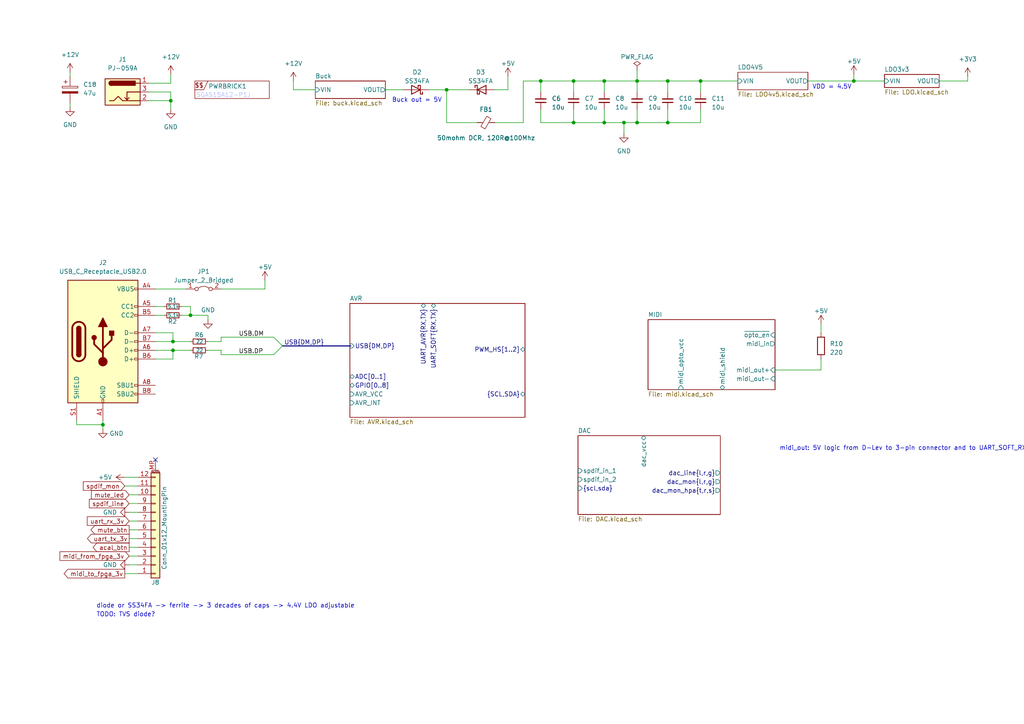
<source format=kicad_sch>
(kicad_sch (version 20230121) (generator eeschema)

  (uuid 9261a07b-ae4a-4d72-8042-ea097cd0e5ed)

  (paper "A4")

  (lib_symbols
    (symbol "BOM_ITEM_1" (pin_numbers hide) (pin_names (offset 0) hide) (in_bom yes) (on_board no)
      (property "Reference" "REF" (at 3.9194 3.5497 0) (do_not_autoplace)
        (effects (font (size 1.27 1.27)) (justify left))
      )
      (property "Value" "PARTNUM" (at 0.3022 1.1035 0) (do_not_autoplace)
        (effects (font (size 1.27 1.27) (color 185 193 255 1)) (justify left))
      )
      (property "Footprint" "" (at 5.08 2.54 0)
        (effects (font (size 1.27 1.27)) hide)
      )
      (property "Datasheet" "" (at 5.08 2.54 0)
        (effects (font (size 1.27 1.27)))
      )
      (property "Sim.Enable" "0" (at 0 0 0)
        (effects (font (size 1.27 1.27)) hide)
      )
      (symbol "BOM_ITEM_1_0_1"
        (polyline
          (pts
            (xy 0 2.54)
            (xy 2.54 2.54)
            (xy 3.81 5.08)
          )
          (stroke (width 0) (type default))
          (fill (type none))
        )
        (rectangle (start 0 5.08) (end 21.59 0)
          (stroke (width 0) (type default))
          (fill (type none))
        )
        (text "$$" (at 1.27 3.81 0)
          (effects (font (size 1.27 1.27)))
        )
      )
    )
    (symbol "Connector:Barrel_Jack_Switch" (pin_names hide) (in_bom yes) (on_board yes)
      (property "Reference" "J" (at 0 5.334 0)
        (effects (font (size 1.27 1.27)))
      )
      (property "Value" "Barrel_Jack_Switch" (at 0 -5.08 0)
        (effects (font (size 1.27 1.27)))
      )
      (property "Footprint" "" (at 1.27 -1.016 0)
        (effects (font (size 1.27 1.27)) hide)
      )
      (property "Datasheet" "~" (at 1.27 -1.016 0)
        (effects (font (size 1.27 1.27)) hide)
      )
      (property "ki_keywords" "DC power barrel jack connector" (at 0 0 0)
        (effects (font (size 1.27 1.27)) hide)
      )
      (property "ki_description" "DC Barrel Jack with an internal switch" (at 0 0 0)
        (effects (font (size 1.27 1.27)) hide)
      )
      (property "ki_fp_filters" "BarrelJack*" (at 0 0 0)
        (effects (font (size 1.27 1.27)) hide)
      )
      (symbol "Barrel_Jack_Switch_0_1"
        (rectangle (start -5.08 3.81) (end 5.08 -3.81)
          (stroke (width 0.254) (type default))
          (fill (type background))
        )
        (arc (start -3.302 3.175) (mid -3.9343 2.54) (end -3.302 1.905)
          (stroke (width 0.254) (type default))
          (fill (type none))
        )
        (arc (start -3.302 3.175) (mid -3.9343 2.54) (end -3.302 1.905)
          (stroke (width 0.254) (type default))
          (fill (type outline))
        )
        (polyline
          (pts
            (xy 1.27 -2.286)
            (xy 1.905 -1.651)
          )
          (stroke (width 0.254) (type default))
          (fill (type none))
        )
        (polyline
          (pts
            (xy 5.08 2.54)
            (xy 3.81 2.54)
          )
          (stroke (width 0.254) (type default))
          (fill (type none))
        )
        (polyline
          (pts
            (xy 5.08 0)
            (xy 1.27 0)
            (xy 1.27 -2.286)
            (xy 0.635 -1.651)
          )
          (stroke (width 0.254) (type default))
          (fill (type none))
        )
        (polyline
          (pts
            (xy -3.81 -2.54)
            (xy -2.54 -2.54)
            (xy -1.27 -1.27)
            (xy 0 -2.54)
            (xy 2.54 -2.54)
            (xy 5.08 -2.54)
          )
          (stroke (width 0.254) (type default))
          (fill (type none))
        )
        (rectangle (start 3.683 3.175) (end -3.302 1.905)
          (stroke (width 0.254) (type default))
          (fill (type outline))
        )
      )
      (symbol "Barrel_Jack_Switch_1_1"
        (pin passive line (at 7.62 2.54 180) (length 2.54)
          (name "~" (effects (font (size 1.27 1.27))))
          (number "1" (effects (font (size 1.27 1.27))))
        )
        (pin passive line (at 7.62 -2.54 180) (length 2.54)
          (name "~" (effects (font (size 1.27 1.27))))
          (number "2" (effects (font (size 1.27 1.27))))
        )
        (pin passive line (at 7.62 0 180) (length 2.54)
          (name "~" (effects (font (size 1.27 1.27))))
          (number "3" (effects (font (size 1.27 1.27))))
        )
      )
    )
    (symbol "Connector:USB_C_Receptacle_USB2.0" (pin_names (offset 1.016)) (in_bom yes) (on_board yes)
      (property "Reference" "J" (at -10.16 19.05 0)
        (effects (font (size 1.27 1.27)) (justify left))
      )
      (property "Value" "USB_C_Receptacle_USB2.0" (at 19.05 19.05 0)
        (effects (font (size 1.27 1.27)) (justify right))
      )
      (property "Footprint" "" (at 3.81 0 0)
        (effects (font (size 1.27 1.27)) hide)
      )
      (property "Datasheet" "https://www.usb.org/sites/default/files/documents/usb_type-c.zip" (at 3.81 0 0)
        (effects (font (size 1.27 1.27)) hide)
      )
      (property "ki_keywords" "usb universal serial bus type-C USB2.0" (at 0 0 0)
        (effects (font (size 1.27 1.27)) hide)
      )
      (property "ki_description" "USB 2.0-only Type-C Receptacle connector" (at 0 0 0)
        (effects (font (size 1.27 1.27)) hide)
      )
      (property "ki_fp_filters" "USB*C*Receptacle*" (at 0 0 0)
        (effects (font (size 1.27 1.27)) hide)
      )
      (symbol "USB_C_Receptacle_USB2.0_0_0"
        (rectangle (start -0.254 -17.78) (end 0.254 -16.764)
          (stroke (width 0) (type default))
          (fill (type none))
        )
        (rectangle (start 10.16 -14.986) (end 9.144 -15.494)
          (stroke (width 0) (type default))
          (fill (type none))
        )
        (rectangle (start 10.16 -12.446) (end 9.144 -12.954)
          (stroke (width 0) (type default))
          (fill (type none))
        )
        (rectangle (start 10.16 -4.826) (end 9.144 -5.334)
          (stroke (width 0) (type default))
          (fill (type none))
        )
        (rectangle (start 10.16 -2.286) (end 9.144 -2.794)
          (stroke (width 0) (type default))
          (fill (type none))
        )
        (rectangle (start 10.16 0.254) (end 9.144 -0.254)
          (stroke (width 0) (type default))
          (fill (type none))
        )
        (rectangle (start 10.16 2.794) (end 9.144 2.286)
          (stroke (width 0) (type default))
          (fill (type none))
        )
        (rectangle (start 10.16 7.874) (end 9.144 7.366)
          (stroke (width 0) (type default))
          (fill (type none))
        )
        (rectangle (start 10.16 10.414) (end 9.144 9.906)
          (stroke (width 0) (type default))
          (fill (type none))
        )
        (rectangle (start 10.16 15.494) (end 9.144 14.986)
          (stroke (width 0) (type default))
          (fill (type none))
        )
      )
      (symbol "USB_C_Receptacle_USB2.0_0_1"
        (rectangle (start -10.16 17.78) (end 10.16 -17.78)
          (stroke (width 0.254) (type default))
          (fill (type background))
        )
        (arc (start -8.89 -3.81) (mid -6.985 -5.7067) (end -5.08 -3.81)
          (stroke (width 0.508) (type default))
          (fill (type none))
        )
        (arc (start -7.62 -3.81) (mid -6.985 -4.4423) (end -6.35 -3.81)
          (stroke (width 0.254) (type default))
          (fill (type none))
        )
        (arc (start -7.62 -3.81) (mid -6.985 -4.4423) (end -6.35 -3.81)
          (stroke (width 0.254) (type default))
          (fill (type outline))
        )
        (rectangle (start -7.62 -3.81) (end -6.35 3.81)
          (stroke (width 0.254) (type default))
          (fill (type outline))
        )
        (arc (start -6.35 3.81) (mid -6.985 4.4423) (end -7.62 3.81)
          (stroke (width 0.254) (type default))
          (fill (type none))
        )
        (arc (start -6.35 3.81) (mid -6.985 4.4423) (end -7.62 3.81)
          (stroke (width 0.254) (type default))
          (fill (type outline))
        )
        (arc (start -5.08 3.81) (mid -6.985 5.7067) (end -8.89 3.81)
          (stroke (width 0.508) (type default))
          (fill (type none))
        )
        (circle (center -2.54 1.143) (radius 0.635)
          (stroke (width 0.254) (type default))
          (fill (type outline))
        )
        (circle (center 0 -5.842) (radius 1.27)
          (stroke (width 0) (type default))
          (fill (type outline))
        )
        (polyline
          (pts
            (xy -8.89 -3.81)
            (xy -8.89 3.81)
          )
          (stroke (width 0.508) (type default))
          (fill (type none))
        )
        (polyline
          (pts
            (xy -5.08 3.81)
            (xy -5.08 -3.81)
          )
          (stroke (width 0.508) (type default))
          (fill (type none))
        )
        (polyline
          (pts
            (xy 0 -5.842)
            (xy 0 4.318)
          )
          (stroke (width 0.508) (type default))
          (fill (type none))
        )
        (polyline
          (pts
            (xy 0 -3.302)
            (xy -2.54 -0.762)
            (xy -2.54 0.508)
          )
          (stroke (width 0.508) (type default))
          (fill (type none))
        )
        (polyline
          (pts
            (xy 0 -2.032)
            (xy 2.54 0.508)
            (xy 2.54 1.778)
          )
          (stroke (width 0.508) (type default))
          (fill (type none))
        )
        (polyline
          (pts
            (xy -1.27 4.318)
            (xy 0 6.858)
            (xy 1.27 4.318)
            (xy -1.27 4.318)
          )
          (stroke (width 0.254) (type default))
          (fill (type outline))
        )
        (rectangle (start 1.905 1.778) (end 3.175 3.048)
          (stroke (width 0.254) (type default))
          (fill (type outline))
        )
      )
      (symbol "USB_C_Receptacle_USB2.0_1_1"
        (pin passive line (at 0 -22.86 90) (length 5.08)
          (name "GND" (effects (font (size 1.27 1.27))))
          (number "A1" (effects (font (size 1.27 1.27))))
        )
        (pin passive line (at 0 -22.86 90) (length 5.08) hide
          (name "GND" (effects (font (size 1.27 1.27))))
          (number "A12" (effects (font (size 1.27 1.27))))
        )
        (pin passive line (at 15.24 15.24 180) (length 5.08)
          (name "VBUS" (effects (font (size 1.27 1.27))))
          (number "A4" (effects (font (size 1.27 1.27))))
        )
        (pin bidirectional line (at 15.24 10.16 180) (length 5.08)
          (name "CC1" (effects (font (size 1.27 1.27))))
          (number "A5" (effects (font (size 1.27 1.27))))
        )
        (pin bidirectional line (at 15.24 -2.54 180) (length 5.08)
          (name "D+" (effects (font (size 1.27 1.27))))
          (number "A6" (effects (font (size 1.27 1.27))))
        )
        (pin bidirectional line (at 15.24 2.54 180) (length 5.08)
          (name "D-" (effects (font (size 1.27 1.27))))
          (number "A7" (effects (font (size 1.27 1.27))))
        )
        (pin bidirectional line (at 15.24 -12.7 180) (length 5.08)
          (name "SBU1" (effects (font (size 1.27 1.27))))
          (number "A8" (effects (font (size 1.27 1.27))))
        )
        (pin passive line (at 15.24 15.24 180) (length 5.08) hide
          (name "VBUS" (effects (font (size 1.27 1.27))))
          (number "A9" (effects (font (size 1.27 1.27))))
        )
        (pin passive line (at 0 -22.86 90) (length 5.08) hide
          (name "GND" (effects (font (size 1.27 1.27))))
          (number "B1" (effects (font (size 1.27 1.27))))
        )
        (pin passive line (at 0 -22.86 90) (length 5.08) hide
          (name "GND" (effects (font (size 1.27 1.27))))
          (number "B12" (effects (font (size 1.27 1.27))))
        )
        (pin passive line (at 15.24 15.24 180) (length 5.08) hide
          (name "VBUS" (effects (font (size 1.27 1.27))))
          (number "B4" (effects (font (size 1.27 1.27))))
        )
        (pin bidirectional line (at 15.24 7.62 180) (length 5.08)
          (name "CC2" (effects (font (size 1.27 1.27))))
          (number "B5" (effects (font (size 1.27 1.27))))
        )
        (pin bidirectional line (at 15.24 -5.08 180) (length 5.08)
          (name "D+" (effects (font (size 1.27 1.27))))
          (number "B6" (effects (font (size 1.27 1.27))))
        )
        (pin bidirectional line (at 15.24 0 180) (length 5.08)
          (name "D-" (effects (font (size 1.27 1.27))))
          (number "B7" (effects (font (size 1.27 1.27))))
        )
        (pin bidirectional line (at 15.24 -15.24 180) (length 5.08)
          (name "SBU2" (effects (font (size 1.27 1.27))))
          (number "B8" (effects (font (size 1.27 1.27))))
        )
        (pin passive line (at 15.24 15.24 180) (length 5.08) hide
          (name "VBUS" (effects (font (size 1.27 1.27))))
          (number "B9" (effects (font (size 1.27 1.27))))
        )
        (pin passive line (at -7.62 -22.86 90) (length 5.08)
          (name "SHIELD" (effects (font (size 1.27 1.27))))
          (number "S1" (effects (font (size 1.27 1.27))))
        )
      )
    )
    (symbol "Connector_Generic_MountingPin:Conn_01x12_MountingPin" (pin_names (offset 1.016) hide) (in_bom yes) (on_board yes)
      (property "Reference" "J" (at 0 15.24 0)
        (effects (font (size 1.27 1.27)))
      )
      (property "Value" "Conn_01x12_MountingPin" (at 1.27 -17.78 0)
        (effects (font (size 1.27 1.27)) (justify left))
      )
      (property "Footprint" "" (at 0 0 0)
        (effects (font (size 1.27 1.27)) hide)
      )
      (property "Datasheet" "~" (at 0 0 0)
        (effects (font (size 1.27 1.27)) hide)
      )
      (property "ki_keywords" "connector" (at 0 0 0)
        (effects (font (size 1.27 1.27)) hide)
      )
      (property "ki_description" "Generic connectable mounting pin connector, single row, 01x12, script generated (kicad-library-utils/schlib/autogen/connector/)" (at 0 0 0)
        (effects (font (size 1.27 1.27)) hide)
      )
      (property "ki_fp_filters" "Connector*:*_1x??-1MP*" (at 0 0 0)
        (effects (font (size 1.27 1.27)) hide)
      )
      (symbol "Conn_01x12_MountingPin_1_1"
        (rectangle (start -1.27 -15.113) (end 0 -15.367)
          (stroke (width 0.1524) (type default))
          (fill (type none))
        )
        (rectangle (start -1.27 -12.573) (end 0 -12.827)
          (stroke (width 0.1524) (type default))
          (fill (type none))
        )
        (rectangle (start -1.27 -10.033) (end 0 -10.287)
          (stroke (width 0.1524) (type default))
          (fill (type none))
        )
        (rectangle (start -1.27 -7.493) (end 0 -7.747)
          (stroke (width 0.1524) (type default))
          (fill (type none))
        )
        (rectangle (start -1.27 -4.953) (end 0 -5.207)
          (stroke (width 0.1524) (type default))
          (fill (type none))
        )
        (rectangle (start -1.27 -2.413) (end 0 -2.667)
          (stroke (width 0.1524) (type default))
          (fill (type none))
        )
        (rectangle (start -1.27 0.127) (end 0 -0.127)
          (stroke (width 0.1524) (type default))
          (fill (type none))
        )
        (rectangle (start -1.27 2.667) (end 0 2.413)
          (stroke (width 0.1524) (type default))
          (fill (type none))
        )
        (rectangle (start -1.27 5.207) (end 0 4.953)
          (stroke (width 0.1524) (type default))
          (fill (type none))
        )
        (rectangle (start -1.27 7.747) (end 0 7.493)
          (stroke (width 0.1524) (type default))
          (fill (type none))
        )
        (rectangle (start -1.27 10.287) (end 0 10.033)
          (stroke (width 0.1524) (type default))
          (fill (type none))
        )
        (rectangle (start -1.27 12.827) (end 0 12.573)
          (stroke (width 0.1524) (type default))
          (fill (type none))
        )
        (rectangle (start -1.27 13.97) (end 1.27 -16.51)
          (stroke (width 0.254) (type default))
          (fill (type background))
        )
        (polyline
          (pts
            (xy -1.016 -17.272)
            (xy 1.016 -17.272)
          )
          (stroke (width 0.1524) (type default))
          (fill (type none))
        )
        (text "Mounting" (at 0 -16.891 0)
          (effects (font (size 0.381 0.381)))
        )
        (pin passive line (at -5.08 12.7 0) (length 3.81)
          (name "Pin_1" (effects (font (size 1.27 1.27))))
          (number "1" (effects (font (size 1.27 1.27))))
        )
        (pin passive line (at -5.08 -10.16 0) (length 3.81)
          (name "Pin_10" (effects (font (size 1.27 1.27))))
          (number "10" (effects (font (size 1.27 1.27))))
        )
        (pin passive line (at -5.08 -12.7 0) (length 3.81)
          (name "Pin_11" (effects (font (size 1.27 1.27))))
          (number "11" (effects (font (size 1.27 1.27))))
        )
        (pin passive line (at -5.08 -15.24 0) (length 3.81)
          (name "Pin_12" (effects (font (size 1.27 1.27))))
          (number "12" (effects (font (size 1.27 1.27))))
        )
        (pin passive line (at -5.08 10.16 0) (length 3.81)
          (name "Pin_2" (effects (font (size 1.27 1.27))))
          (number "2" (effects (font (size 1.27 1.27))))
        )
        (pin passive line (at -5.08 7.62 0) (length 3.81)
          (name "Pin_3" (effects (font (size 1.27 1.27))))
          (number "3" (effects (font (size 1.27 1.27))))
        )
        (pin passive line (at -5.08 5.08 0) (length 3.81)
          (name "Pin_4" (effects (font (size 1.27 1.27))))
          (number "4" (effects (font (size 1.27 1.27))))
        )
        (pin passive line (at -5.08 2.54 0) (length 3.81)
          (name "Pin_5" (effects (font (size 1.27 1.27))))
          (number "5" (effects (font (size 1.27 1.27))))
        )
        (pin passive line (at -5.08 0 0) (length 3.81)
          (name "Pin_6" (effects (font (size 1.27 1.27))))
          (number "6" (effects (font (size 1.27 1.27))))
        )
        (pin passive line (at -5.08 -2.54 0) (length 3.81)
          (name "Pin_7" (effects (font (size 1.27 1.27))))
          (number "7" (effects (font (size 1.27 1.27))))
        )
        (pin passive line (at -5.08 -5.08 0) (length 3.81)
          (name "Pin_8" (effects (font (size 1.27 1.27))))
          (number "8" (effects (font (size 1.27 1.27))))
        )
        (pin passive line (at -5.08 -7.62 0) (length 3.81)
          (name "Pin_9" (effects (font (size 1.27 1.27))))
          (number "9" (effects (font (size 1.27 1.27))))
        )
        (pin passive line (at 0 -20.32 90) (length 3.048)
          (name "MountPin" (effects (font (size 1.27 1.27))))
          (number "MP" (effects (font (size 1.27 1.27))))
        )
      )
    )
    (symbol "Device:C_Polarized" (pin_numbers hide) (pin_names (offset 0.254)) (in_bom yes) (on_board yes)
      (property "Reference" "C" (at 0.635 2.54 0)
        (effects (font (size 1.27 1.27)) (justify left))
      )
      (property "Value" "C_Polarized" (at 0.635 -2.54 0)
        (effects (font (size 1.27 1.27)) (justify left))
      )
      (property "Footprint" "" (at 0.9652 -3.81 0)
        (effects (font (size 1.27 1.27)) hide)
      )
      (property "Datasheet" "~" (at 0 0 0)
        (effects (font (size 1.27 1.27)) hide)
      )
      (property "ki_keywords" "cap capacitor" (at 0 0 0)
        (effects (font (size 1.27 1.27)) hide)
      )
      (property "ki_description" "Polarized capacitor" (at 0 0 0)
        (effects (font (size 1.27 1.27)) hide)
      )
      (property "ki_fp_filters" "CP_*" (at 0 0 0)
        (effects (font (size 1.27 1.27)) hide)
      )
      (symbol "C_Polarized_0_1"
        (rectangle (start -2.286 0.508) (end 2.286 1.016)
          (stroke (width 0) (type default))
          (fill (type none))
        )
        (polyline
          (pts
            (xy -1.778 2.286)
            (xy -0.762 2.286)
          )
          (stroke (width 0) (type default))
          (fill (type none))
        )
        (polyline
          (pts
            (xy -1.27 2.794)
            (xy -1.27 1.778)
          )
          (stroke (width 0) (type default))
          (fill (type none))
        )
        (rectangle (start 2.286 -0.508) (end -2.286 -1.016)
          (stroke (width 0) (type default))
          (fill (type outline))
        )
      )
      (symbol "C_Polarized_1_1"
        (pin passive line (at 0 3.81 270) (length 2.794)
          (name "~" (effects (font (size 1.27 1.27))))
          (number "1" (effects (font (size 1.27 1.27))))
        )
        (pin passive line (at 0 -3.81 90) (length 2.794)
          (name "~" (effects (font (size 1.27 1.27))))
          (number "2" (effects (font (size 1.27 1.27))))
        )
      )
    )
    (symbol "Device:C_Small" (pin_numbers hide) (pin_names (offset 0.254) hide) (in_bom yes) (on_board yes)
      (property "Reference" "C" (at 0.254 1.778 0)
        (effects (font (size 1.27 1.27)) (justify left))
      )
      (property "Value" "C_Small" (at 0.254 -2.032 0)
        (effects (font (size 1.27 1.27)) (justify left))
      )
      (property "Footprint" "" (at 0 0 0)
        (effects (font (size 1.27 1.27)) hide)
      )
      (property "Datasheet" "~" (at 0 0 0)
        (effects (font (size 1.27 1.27)) hide)
      )
      (property "ki_keywords" "capacitor cap" (at 0 0 0)
        (effects (font (size 1.27 1.27)) hide)
      )
      (property "ki_description" "Unpolarized capacitor, small symbol" (at 0 0 0)
        (effects (font (size 1.27 1.27)) hide)
      )
      (property "ki_fp_filters" "C_*" (at 0 0 0)
        (effects (font (size 1.27 1.27)) hide)
      )
      (symbol "C_Small_0_1"
        (polyline
          (pts
            (xy -1.524 -0.508)
            (xy 1.524 -0.508)
          )
          (stroke (width 0.3302) (type default))
          (fill (type none))
        )
        (polyline
          (pts
            (xy -1.524 0.508)
            (xy 1.524 0.508)
          )
          (stroke (width 0.3048) (type default))
          (fill (type none))
        )
      )
      (symbol "C_Small_1_1"
        (pin passive line (at 0 2.54 270) (length 2.032)
          (name "~" (effects (font (size 1.27 1.27))))
          (number "1" (effects (font (size 1.27 1.27))))
        )
        (pin passive line (at 0 -2.54 90) (length 2.032)
          (name "~" (effects (font (size 1.27 1.27))))
          (number "2" (effects (font (size 1.27 1.27))))
        )
      )
    )
    (symbol "Device:D_Schottky" (pin_numbers hide) (pin_names (offset 1.016) hide) (in_bom yes) (on_board yes)
      (property "Reference" "D" (at 0 2.54 0)
        (effects (font (size 1.27 1.27)))
      )
      (property "Value" "D_Schottky" (at 0 -2.54 0)
        (effects (font (size 1.27 1.27)))
      )
      (property "Footprint" "" (at 0 0 0)
        (effects (font (size 1.27 1.27)) hide)
      )
      (property "Datasheet" "~" (at 0 0 0)
        (effects (font (size 1.27 1.27)) hide)
      )
      (property "ki_keywords" "diode Schottky" (at 0 0 0)
        (effects (font (size 1.27 1.27)) hide)
      )
      (property "ki_description" "Schottky diode" (at 0 0 0)
        (effects (font (size 1.27 1.27)) hide)
      )
      (property "ki_fp_filters" "TO-???* *_Diode_* *SingleDiode* D_*" (at 0 0 0)
        (effects (font (size 1.27 1.27)) hide)
      )
      (symbol "D_Schottky_0_1"
        (polyline
          (pts
            (xy 1.27 0)
            (xy -1.27 0)
          )
          (stroke (width 0) (type default))
          (fill (type none))
        )
        (polyline
          (pts
            (xy 1.27 1.27)
            (xy 1.27 -1.27)
            (xy -1.27 0)
            (xy 1.27 1.27)
          )
          (stroke (width 0.254) (type default))
          (fill (type none))
        )
        (polyline
          (pts
            (xy -1.905 0.635)
            (xy -1.905 1.27)
            (xy -1.27 1.27)
            (xy -1.27 -1.27)
            (xy -0.635 -1.27)
            (xy -0.635 -0.635)
          )
          (stroke (width 0.254) (type default))
          (fill (type none))
        )
      )
      (symbol "D_Schottky_1_1"
        (pin passive line (at -3.81 0 0) (length 2.54)
          (name "K" (effects (font (size 1.27 1.27))))
          (number "1" (effects (font (size 1.27 1.27))))
        )
        (pin passive line (at 3.81 0 180) (length 2.54)
          (name "A" (effects (font (size 1.27 1.27))))
          (number "2" (effects (font (size 1.27 1.27))))
        )
      )
    )
    (symbol "Device:FerriteBead_Small" (pin_numbers hide) (pin_names (offset 0)) (in_bom yes) (on_board yes)
      (property "Reference" "FB" (at 1.905 1.27 0)
        (effects (font (size 1.27 1.27)) (justify left))
      )
      (property "Value" "FerriteBead_Small" (at 1.905 -1.27 0)
        (effects (font (size 1.27 1.27)) (justify left))
      )
      (property "Footprint" "" (at -1.778 0 90)
        (effects (font (size 1.27 1.27)) hide)
      )
      (property "Datasheet" "~" (at 0 0 0)
        (effects (font (size 1.27 1.27)) hide)
      )
      (property "ki_keywords" "L ferrite bead inductor filter" (at 0 0 0)
        (effects (font (size 1.27 1.27)) hide)
      )
      (property "ki_description" "Ferrite bead, small symbol" (at 0 0 0)
        (effects (font (size 1.27 1.27)) hide)
      )
      (property "ki_fp_filters" "Inductor_* L_* *Ferrite*" (at 0 0 0)
        (effects (font (size 1.27 1.27)) hide)
      )
      (symbol "FerriteBead_Small_0_1"
        (polyline
          (pts
            (xy 0 -1.27)
            (xy 0 -0.7874)
          )
          (stroke (width 0) (type default))
          (fill (type none))
        )
        (polyline
          (pts
            (xy 0 0.889)
            (xy 0 1.2954)
          )
          (stroke (width 0) (type default))
          (fill (type none))
        )
        (polyline
          (pts
            (xy -1.8288 0.2794)
            (xy -1.1176 1.4986)
            (xy 1.8288 -0.2032)
            (xy 1.1176 -1.4224)
            (xy -1.8288 0.2794)
          )
          (stroke (width 0) (type default))
          (fill (type none))
        )
      )
      (symbol "FerriteBead_Small_1_1"
        (pin passive line (at 0 2.54 270) (length 1.27)
          (name "~" (effects (font (size 1.27 1.27))))
          (number "1" (effects (font (size 1.27 1.27))))
        )
        (pin passive line (at 0 -2.54 90) (length 1.27)
          (name "~" (effects (font (size 1.27 1.27))))
          (number "2" (effects (font (size 1.27 1.27))))
        )
      )
    )
    (symbol "Device:R" (pin_numbers hide) (pin_names (offset 0)) (in_bom yes) (on_board yes)
      (property "Reference" "R" (at 2.032 0 90)
        (effects (font (size 1.27 1.27)))
      )
      (property "Value" "R" (at 0 0 90)
        (effects (font (size 1.27 1.27)))
      )
      (property "Footprint" "" (at -1.778 0 90)
        (effects (font (size 1.27 1.27)) hide)
      )
      (property "Datasheet" "~" (at 0 0 0)
        (effects (font (size 1.27 1.27)) hide)
      )
      (property "ki_keywords" "R res resistor" (at 0 0 0)
        (effects (font (size 1.27 1.27)) hide)
      )
      (property "ki_description" "Resistor" (at 0 0 0)
        (effects (font (size 1.27 1.27)) hide)
      )
      (property "ki_fp_filters" "R_*" (at 0 0 0)
        (effects (font (size 1.27 1.27)) hide)
      )
      (symbol "R_0_1"
        (rectangle (start -1.016 -2.54) (end 1.016 2.54)
          (stroke (width 0.254) (type default))
          (fill (type none))
        )
      )
      (symbol "R_1_1"
        (pin passive line (at 0 3.81 270) (length 1.27)
          (name "~" (effects (font (size 1.27 1.27))))
          (number "1" (effects (font (size 1.27 1.27))))
        )
        (pin passive line (at 0 -3.81 90) (length 1.27)
          (name "~" (effects (font (size 1.27 1.27))))
          (number "2" (effects (font (size 1.27 1.27))))
        )
      )
    )
    (symbol "Device:R_Small" (pin_numbers hide) (pin_names (offset 0.254) hide) (in_bom yes) (on_board yes)
      (property "Reference" "R" (at 0.762 0.508 0)
        (effects (font (size 1.27 1.27)) (justify left))
      )
      (property "Value" "R_Small" (at 0.762 -1.016 0)
        (effects (font (size 1.27 1.27)) (justify left))
      )
      (property "Footprint" "" (at 0 0 0)
        (effects (font (size 1.27 1.27)) hide)
      )
      (property "Datasheet" "~" (at 0 0 0)
        (effects (font (size 1.27 1.27)) hide)
      )
      (property "ki_keywords" "R resistor" (at 0 0 0)
        (effects (font (size 1.27 1.27)) hide)
      )
      (property "ki_description" "Resistor, small symbol" (at 0 0 0)
        (effects (font (size 1.27 1.27)) hide)
      )
      (property "ki_fp_filters" "R_*" (at 0 0 0)
        (effects (font (size 1.27 1.27)) hide)
      )
      (symbol "R_Small_0_1"
        (rectangle (start -0.762 1.778) (end 0.762 -1.778)
          (stroke (width 0.2032) (type default))
          (fill (type none))
        )
      )
      (symbol "R_Small_1_1"
        (pin passive line (at 0 2.54 270) (length 0.762)
          (name "~" (effects (font (size 1.27 1.27))))
          (number "1" (effects (font (size 1.27 1.27))))
        )
        (pin passive line (at 0 -2.54 90) (length 0.762)
          (name "~" (effects (font (size 1.27 1.27))))
          (number "2" (effects (font (size 1.27 1.27))))
        )
      )
    )
    (symbol "GND_1" (power) (pin_names (offset 0)) (in_bom yes) (on_board yes)
      (property "Reference" "#PWR" (at 0 -6.35 0)
        (effects (font (size 1.27 1.27)) hide)
      )
      (property "Value" "GND_1" (at 0 -3.81 0)
        (effects (font (size 1.27 1.27)))
      )
      (property "Footprint" "" (at 0 0 0)
        (effects (font (size 1.27 1.27)) hide)
      )
      (property "Datasheet" "" (at 0 0 0)
        (effects (font (size 1.27 1.27)) hide)
      )
      (property "ki_keywords" "global power" (at 0 0 0)
        (effects (font (size 1.27 1.27)) hide)
      )
      (property "ki_description" "Power symbol creates a global label with name \"GND\" , ground" (at 0 0 0)
        (effects (font (size 1.27 1.27)) hide)
      )
      (symbol "GND_1_0_1"
        (polyline
          (pts
            (xy 0 0)
            (xy 0 -1.27)
            (xy 1.27 -1.27)
            (xy 0 -2.54)
            (xy -1.27 -1.27)
            (xy 0 -1.27)
          )
          (stroke (width 0) (type default))
          (fill (type none))
        )
      )
      (symbol "GND_1_1_1"
        (pin power_in line (at 0 0 270) (length 0) hide
          (name "GND" (effects (font (size 1.27 1.27))))
          (number "1" (effects (font (size 1.27 1.27))))
        )
      )
    )
    (symbol "Jumper:Jumper_2_Bridged" (pin_names (offset 0) hide) (in_bom yes) (on_board yes)
      (property "Reference" "JP" (at 0 1.905 0)
        (effects (font (size 1.27 1.27)))
      )
      (property "Value" "Jumper_2_Bridged" (at 0 -2.54 0)
        (effects (font (size 1.27 1.27)))
      )
      (property "Footprint" "" (at 0 0 0)
        (effects (font (size 1.27 1.27)) hide)
      )
      (property "Datasheet" "~" (at 0 0 0)
        (effects (font (size 1.27 1.27)) hide)
      )
      (property "ki_keywords" "Jumper SPST" (at 0 0 0)
        (effects (font (size 1.27 1.27)) hide)
      )
      (property "ki_description" "Jumper, 2-pole, closed/bridged" (at 0 0 0)
        (effects (font (size 1.27 1.27)) hide)
      )
      (property "ki_fp_filters" "Jumper* TestPoint*2Pads* TestPoint*Bridge*" (at 0 0 0)
        (effects (font (size 1.27 1.27)) hide)
      )
      (symbol "Jumper_2_Bridged_0_0"
        (circle (center -2.032 0) (radius 0.508)
          (stroke (width 0) (type default))
          (fill (type none))
        )
        (circle (center 2.032 0) (radius 0.508)
          (stroke (width 0) (type default))
          (fill (type none))
        )
      )
      (symbol "Jumper_2_Bridged_0_1"
        (arc (start 1.524 0.254) (mid 0 0.762) (end -1.524 0.254)
          (stroke (width 0) (type default))
          (fill (type none))
        )
      )
      (symbol "Jumper_2_Bridged_1_1"
        (pin passive line (at -5.08 0 0) (length 2.54)
          (name "A" (effects (font (size 1.27 1.27))))
          (number "1" (effects (font (size 1.27 1.27))))
        )
        (pin passive line (at 5.08 0 180) (length 2.54)
          (name "B" (effects (font (size 1.27 1.27))))
          (number "2" (effects (font (size 1.27 1.27))))
        )
      )
    )
    (symbol "power:+12V" (power) (pin_names (offset 0)) (in_bom yes) (on_board yes)
      (property "Reference" "#PWR" (at 0 -3.81 0)
        (effects (font (size 1.27 1.27)) hide)
      )
      (property "Value" "+12V" (at 0 3.556 0)
        (effects (font (size 1.27 1.27)))
      )
      (property "Footprint" "" (at 0 0 0)
        (effects (font (size 1.27 1.27)) hide)
      )
      (property "Datasheet" "" (at 0 0 0)
        (effects (font (size 1.27 1.27)) hide)
      )
      (property "ki_keywords" "global power" (at 0 0 0)
        (effects (font (size 1.27 1.27)) hide)
      )
      (property "ki_description" "Power symbol creates a global label with name \"+12V\"" (at 0 0 0)
        (effects (font (size 1.27 1.27)) hide)
      )
      (symbol "+12V_0_1"
        (polyline
          (pts
            (xy -0.762 1.27)
            (xy 0 2.54)
          )
          (stroke (width 0) (type default))
          (fill (type none))
        )
        (polyline
          (pts
            (xy 0 0)
            (xy 0 2.54)
          )
          (stroke (width 0) (type default))
          (fill (type none))
        )
        (polyline
          (pts
            (xy 0 2.54)
            (xy 0.762 1.27)
          )
          (stroke (width 0) (type default))
          (fill (type none))
        )
      )
      (symbol "+12V_1_1"
        (pin power_in line (at 0 0 90) (length 0) hide
          (name "+12V" (effects (font (size 1.27 1.27))))
          (number "1" (effects (font (size 1.27 1.27))))
        )
      )
    )
    (symbol "power:+3V3" (power) (pin_names (offset 0)) (in_bom yes) (on_board yes)
      (property "Reference" "#PWR" (at 0 -3.81 0)
        (effects (font (size 1.27 1.27)) hide)
      )
      (property "Value" "+3V3" (at 0 3.556 0)
        (effects (font (size 1.27 1.27)))
      )
      (property "Footprint" "" (at 0 0 0)
        (effects (font (size 1.27 1.27)) hide)
      )
      (property "Datasheet" "" (at 0 0 0)
        (effects (font (size 1.27 1.27)) hide)
      )
      (property "ki_keywords" "global power" (at 0 0 0)
        (effects (font (size 1.27 1.27)) hide)
      )
      (property "ki_description" "Power symbol creates a global label with name \"+3V3\"" (at 0 0 0)
        (effects (font (size 1.27 1.27)) hide)
      )
      (symbol "+3V3_0_1"
        (polyline
          (pts
            (xy -0.762 1.27)
            (xy 0 2.54)
          )
          (stroke (width 0) (type default))
          (fill (type none))
        )
        (polyline
          (pts
            (xy 0 0)
            (xy 0 2.54)
          )
          (stroke (width 0) (type default))
          (fill (type none))
        )
        (polyline
          (pts
            (xy 0 2.54)
            (xy 0.762 1.27)
          )
          (stroke (width 0) (type default))
          (fill (type none))
        )
      )
      (symbol "+3V3_1_1"
        (pin power_in line (at 0 0 90) (length 0) hide
          (name "+3V3" (effects (font (size 1.27 1.27))))
          (number "1" (effects (font (size 1.27 1.27))))
        )
      )
    )
    (symbol "power:+5V" (power) (pin_names (offset 0)) (in_bom yes) (on_board yes)
      (property "Reference" "#PWR" (at 0 -3.81 0)
        (effects (font (size 1.27 1.27)) hide)
      )
      (property "Value" "+5V" (at 0 3.556 0)
        (effects (font (size 1.27 1.27)))
      )
      (property "Footprint" "" (at 0 0 0)
        (effects (font (size 1.27 1.27)) hide)
      )
      (property "Datasheet" "" (at 0 0 0)
        (effects (font (size 1.27 1.27)) hide)
      )
      (property "ki_keywords" "global power" (at 0 0 0)
        (effects (font (size 1.27 1.27)) hide)
      )
      (property "ki_description" "Power symbol creates a global label with name \"+5V\"" (at 0 0 0)
        (effects (font (size 1.27 1.27)) hide)
      )
      (symbol "+5V_0_1"
        (polyline
          (pts
            (xy -0.762 1.27)
            (xy 0 2.54)
          )
          (stroke (width 0) (type default))
          (fill (type none))
        )
        (polyline
          (pts
            (xy 0 0)
            (xy 0 2.54)
          )
          (stroke (width 0) (type default))
          (fill (type none))
        )
        (polyline
          (pts
            (xy 0 2.54)
            (xy 0.762 1.27)
          )
          (stroke (width 0) (type default))
          (fill (type none))
        )
      )
      (symbol "+5V_1_1"
        (pin power_in line (at 0 0 90) (length 0) hide
          (name "+5V" (effects (font (size 1.27 1.27))))
          (number "1" (effects (font (size 1.27 1.27))))
        )
      )
    )
    (symbol "power:GND" (power) (pin_names (offset 0)) (in_bom yes) (on_board yes)
      (property "Reference" "#PWR" (at 0 -6.35 0)
        (effects (font (size 1.27 1.27)) hide)
      )
      (property "Value" "GND" (at 0 -3.81 0)
        (effects (font (size 1.27 1.27)))
      )
      (property "Footprint" "" (at 0 0 0)
        (effects (font (size 1.27 1.27)) hide)
      )
      (property "Datasheet" "" (at 0 0 0)
        (effects (font (size 1.27 1.27)) hide)
      )
      (property "ki_keywords" "power-flag" (at 0 0 0)
        (effects (font (size 1.27 1.27)) hide)
      )
      (property "ki_description" "Power symbol creates a global label with name \"GND\" , ground" (at 0 0 0)
        (effects (font (size 1.27 1.27)) hide)
      )
      (symbol "GND_0_1"
        (polyline
          (pts
            (xy 0 0)
            (xy 0 -1.27)
            (xy 1.27 -1.27)
            (xy 0 -2.54)
            (xy -1.27 -1.27)
            (xy 0 -1.27)
          )
          (stroke (width 0) (type default))
          (fill (type none))
        )
      )
      (symbol "GND_1_1"
        (pin power_in line (at 0 0 270) (length 0) hide
          (name "GND" (effects (font (size 1.27 1.27))))
          (number "1" (effects (font (size 1.27 1.27))))
        )
      )
    )
    (symbol "power:PWR_FLAG" (power) (pin_numbers hide) (pin_names (offset 0) hide) (in_bom yes) (on_board yes)
      (property "Reference" "#FLG" (at 0 1.905 0)
        (effects (font (size 1.27 1.27)) hide)
      )
      (property "Value" "PWR_FLAG" (at 0 3.81 0)
        (effects (font (size 1.27 1.27)))
      )
      (property "Footprint" "" (at 0 0 0)
        (effects (font (size 1.27 1.27)) hide)
      )
      (property "Datasheet" "~" (at 0 0 0)
        (effects (font (size 1.27 1.27)) hide)
      )
      (property "ki_keywords" "flag power" (at 0 0 0)
        (effects (font (size 1.27 1.27)) hide)
      )
      (property "ki_description" "Special symbol for telling ERC where power comes from" (at 0 0 0)
        (effects (font (size 1.27 1.27)) hide)
      )
      (symbol "PWR_FLAG_0_0"
        (pin power_out line (at 0 0 90) (length 0)
          (name "pwr" (effects (font (size 1.27 1.27))))
          (number "1" (effects (font (size 1.27 1.27))))
        )
      )
      (symbol "PWR_FLAG_0_1"
        (polyline
          (pts
            (xy 0 0)
            (xy 0 1.27)
            (xy -1.016 1.905)
            (xy 0 2.54)
            (xy 1.016 1.905)
            (xy 0 1.27)
          )
          (stroke (width 0) (type default))
          (fill (type none))
        )
      )
    )
  )

  (junction (at 49.53 29.21) (diameter 0) (color 0 0 0 0)
    (uuid 006d6130-f369-42ae-95d6-0922c0147c60)
  )
  (junction (at 129.54 26.035) (diameter 0) (color 0 0 0 0)
    (uuid 00e7ac25-8681-4bfd-bee5-a77cece3869c)
  )
  (junction (at 175.26 35.56) (diameter 0) (color 0 0 0 0)
    (uuid 2aa22064-cc80-48c3-bade-f9ee0da799dd)
  )
  (junction (at 166.37 35.56) (diameter 0) (color 0 0 0 0)
    (uuid 2ab73afb-6d5b-416d-8637-59e6dca7ee24)
  )
  (junction (at 175.26 23.495) (diameter 0) (color 0 0 0 0)
    (uuid 2b86c656-6811-404c-a14d-35ac7b0d8be1)
  )
  (junction (at 29.845 123.19) (diameter 0) (color 0 0 0 0)
    (uuid 35868616-c28d-41ae-a287-6c0f3a11c2d7)
  )
  (junction (at 184.785 23.495) (diameter 0) (color 0 0 0 0)
    (uuid 370d4ede-3c77-4892-aedd-41f10dfc8ded)
  )
  (junction (at 193.675 35.56) (diameter 0) (color 0 0 0 0)
    (uuid 61bb3c2e-62da-4b98-bfa0-225ed4dbab87)
  )
  (junction (at 180.975 35.56) (diameter 0) (color 0 0 0 0)
    (uuid 67c5e980-3ba8-4dce-8bce-7765593b1b17)
  )
  (junction (at 184.785 35.56) (diameter 0) (color 0 0 0 0)
    (uuid 759348aa-67a8-4f89-affe-cd794b3153af)
  )
  (junction (at 203.2 23.495) (diameter 0) (color 0 0 0 0)
    (uuid 834a222f-b7d8-4505-aac7-ffa68e64d79e)
  )
  (junction (at 247.65 23.495) (diameter 0) (color 0 0 0 0)
    (uuid 9163e8ba-060c-467b-bc50-35ce22dc9ce1)
  )
  (junction (at 156.845 23.495) (diameter 0) (color 0 0 0 0)
    (uuid c019a3d3-45d6-49b3-a3c9-6caaebe5bbcc)
  )
  (junction (at 50.165 101.6) (diameter 0) (color 0 0 0 0)
    (uuid cf0b541a-9281-40b7-ad57-8ed987e226ba)
  )
  (junction (at 55.245 91.44) (diameter 0) (color 0 0 0 0)
    (uuid d1e6a19a-d5b8-44dd-90f4-21b935d5c004)
  )
  (junction (at 166.37 23.495) (diameter 0) (color 0 0 0 0)
    (uuid e0738e33-7c32-4a18-ad68-ef7b334a485d)
  )
  (junction (at 50.165 99.06) (diameter 0) (color 0 0 0 0)
    (uuid f44fab44-da04-4760-a43b-c68b1e730692)
  )
  (junction (at 193.675 23.495) (diameter 0) (color 0 0 0 0)
    (uuid f498b98a-282c-4196-807d-ebbcead89bbc)
  )

  (no_connect (at 45.085 133.35) (uuid 586b58a3-39ad-4d53-b905-b51196d29bb5))

  (bus_entry (at 81.915 100.33) (size -2.54 2.54)
    (stroke (width 0) (type default))
    (uuid 06eb612d-5aca-417a-8eb8-b49de7a70bdd)
  )
  (bus_entry (at 81.915 100.33) (size -2.54 -2.54)
    (stroke (width 0) (type default))
    (uuid 3c28f26a-fbbd-4986-bfab-5831a079d3f7)
  )

  (polyline (pts (xy 117.729 -64.77) (xy 116.459 -66.04))
    (stroke (width 0) (type default))
    (uuid 001add9a-47f7-47aa-a92e-5cd543105c06)
  )
  (polyline (pts (xy 133.35 -39.37) (xy 132.08 -38.1))
    (stroke (width 0) (type default))
    (uuid 010acc9f-913c-4839-8ba7-bda9dd510da4)
  )

  (wire (pts (xy 45.085 91.44) (xy 47.625 91.44))
    (stroke (width 0) (type default))
    (uuid 022787b3-d0ad-4578-bdde-1eb94e90fd3c)
  )
  (wire (pts (xy 55.245 91.44) (xy 60.325 91.44))
    (stroke (width 0) (type default))
    (uuid 02d9116a-2792-4393-a5af-8478838daf5e)
  )
  (polyline (pts (xy 144.78 -64.77) (xy 143.51 -66.04))
    (stroke (width 0) (type default))
    (uuid 0731496a-9b6c-4890-ac2f-15af278dc905)
  )

  (wire (pts (xy 247.65 23.495) (xy 256.54 23.495))
    (stroke (width 0) (type default))
    (uuid 0741a061-c8f5-4c73-a47e-d8fc94ad3df5)
  )
  (wire (pts (xy 64.135 101.6) (xy 64.135 102.87))
    (stroke (width 0) (type default))
    (uuid 08d18038-c49e-4971-a63d-90094b27f9d9)
  )
  (polyline (pts (xy 250.2662 -39.5224) (xy 248.9962 -40.7924))
    (stroke (width 0) (type default))
    (uuid 09003371-0910-4eb0-8ff6-237a509e151f)
  )
  (polyline (pts (xy 30.48 -38.1) (xy 33.02 -38.1))
    (stroke (width 0) (type default))
    (uuid 0abf0a01-5c87-4a15-958c-65a93c96867f)
  )

  (wire (pts (xy 43.18 24.13) (xy 49.53 24.13))
    (stroke (width 0) (type default))
    (uuid 0ad37e04-50c9-415a-8267-d3e891238004)
  )
  (polyline (pts (xy 85.09 -36.83) (xy 86.36 -38.1))
    (stroke (width 0) (type default))
    (uuid 11c3f893-610d-447d-be60-b791b4117045)
  )

  (wire (pts (xy 203.2 31.75) (xy 203.2 35.56))
    (stroke (width 0) (type default))
    (uuid 1461e16d-9f20-426a-9f31-72464cc536a7)
  )
  (wire (pts (xy 45.085 101.6) (xy 50.165 101.6))
    (stroke (width 0) (type default))
    (uuid 151ed452-ceeb-48db-9180-a119f0cf994c)
  )
  (polyline (pts (xy 243.1034 -50.8) (xy 286.385 -50.8))
    (stroke (width 0) (type default))
    (uuid 168702a8-7e2a-4a19-a042-29e74c79ef4e)
  )

  (wire (pts (xy 64.135 97.79) (xy 79.375 97.79))
    (stroke (width 0) (type default))
    (uuid 179a7854-bec6-41bb-82e9-ebda90052d11)
  )
  (polyline (pts (xy 121.92 -45.72) (xy 121.92 -43.18))
    (stroke (width 0) (type default))
    (uuid 18c6c645-8608-48b4-83b8-eee90bf34fdb)
  )
  (polyline (pts (xy 135.89 -36.83) (xy 137.16 -38.1))
    (stroke (width 0) (type default))
    (uuid 1a0d322a-bbcd-4e27-ba88-435f910038b4)
  )

  (wire (pts (xy 151.765 23.495) (xy 156.845 23.495))
    (stroke (width 0) (type default))
    (uuid 1cc47118-d7eb-488a-8206-e7d7c9452ebd)
  )
  (polyline (pts (xy 143.51 -66.04) (xy 143.51 -43.18))
    (stroke (width 0) (type default))
    (uuid 1e47b6d0-6cda-4241-903e-1c280c0b56a5)
  )
  (polyline (pts (xy 216.4842 -44.704) (xy 217.7542 -45.974))
    (stroke (width 0) (type default))
    (uuid 21448027-3aa9-410c-9543-e4a96446f870)
  )

  (wire (pts (xy 49.53 26.67) (xy 49.53 29.21))
    (stroke (width 0) (type default))
    (uuid 22bb7d8f-3eb4-42ec-b785-e5a86b7af7f1)
  )
  (wire (pts (xy 40.005 166.37) (xy 36.195 166.37))
    (stroke (width 0) (type default))
    (uuid 24e80643-b197-4854-904f-6682af50de0b)
  )
  (wire (pts (xy 111.76 26.035) (xy 116.84 26.035))
    (stroke (width 0) (type default))
    (uuid 252afca6-83ca-42fb-b6ee-553e1f07fe10)
  )
  (wire (pts (xy 55.245 88.9) (xy 52.705 88.9))
    (stroke (width 0) (type default))
    (uuid 25ac8fd5-ed2d-46db-8bb6-91d28a921238)
  )
  (wire (pts (xy 156.845 23.495) (xy 156.845 26.67))
    (stroke (width 0) (type default))
    (uuid 260a8c92-f0e0-4e83-8e85-b653a6a633ef)
  )
  (wire (pts (xy 49.53 29.21) (xy 43.18 29.21))
    (stroke (width 0) (type default))
    (uuid 288ffbcd-333a-48d7-8e64-6b88f5ecfe03)
  )
  (wire (pts (xy 180.975 35.56) (xy 180.975 38.735))
    (stroke (width 0) (type default))
    (uuid 2979a51b-01cf-4ba2-a878-78ace54de3b8)
  )
  (polyline (pts (xy 189.865 -44.45) (xy 191.135 -43.18))
    (stroke (width 0) (type default))
    (uuid 29c383ee-aaaa-4754-9c13-8bcd285aa8f0)
  )
  (polyline (pts (xy 235.331 -33.274) (xy 234.061 -34.544))
    (stroke (width 0) (type default))
    (uuid 29f03976-45d6-4782-9d30-c6a13e118811)
  )

  (wire (pts (xy 129.54 26.035) (xy 135.89 26.035))
    (stroke (width 0) (type default))
    (uuid 2a00f385-6143-4099-8979-587603b8763d)
  )
  (polyline (pts (xy 245.745 -42.926) (xy 244.475 -44.196))
    (stroke (width 0) (type default))
    (uuid 2af71f90-a916-46da-922f-8c96ff771e27)
  )

  (wire (pts (xy 180.975 35.56) (xy 184.785 35.56))
    (stroke (width 0) (type default))
    (uuid 2b28e77f-03b7-4a21-a07b-cac927c0e192)
  )
  (wire (pts (xy 156.845 35.56) (xy 166.37 35.56))
    (stroke (width 0) (type default))
    (uuid 2c086293-99a3-45c2-8096-43ea85879cdb)
  )
  (polyline (pts (xy 139.7 -44.45) (xy 140.97 -43.18))
    (stroke (width 0) (type default))
    (uuid 2d6b31f1-00dd-42c2-b16c-cf40aac7bfd1)
  )

  (wire (pts (xy 50.165 96.52) (xy 50.165 99.06))
    (stroke (width 0) (type default))
    (uuid 2e739d53-f35d-4af4-914c-97b170a98fd8)
  )
  (polyline (pts (xy 204.597 -33.274) (xy 211.963 -33.274))
    (stroke (width 0) (type dash))
    (uuid 2eb3dfad-b864-407d-a6e2-2e3bae9f1e21)
  )

  (wire (pts (xy 280.67 22.225) (xy 280.67 23.495))
    (stroke (width 0) (type default))
    (uuid 31150c34-f772-4a71-8a2a-c2089d6fae6b)
  )
  (wire (pts (xy 20.32 22.225) (xy 20.32 20.955))
    (stroke (width 0) (type default))
    (uuid 32fd4b50-9630-41ca-915c-2d559461d0c1)
  )
  (wire (pts (xy 40.005 161.29) (xy 37.465 161.29))
    (stroke (width 0) (type default))
    (uuid 33db2f93-bd2a-480f-9fd6-28ed5260d379)
  )
  (polyline (pts (xy 189.865 -15.24) (xy 191.135 -13.97))
    (stroke (width 0) (type default))
    (uuid 34b16047-d2c9-49ad-b772-475298157012)
  )
  (polyline (pts (xy 182.753 -38.1) (xy 183.515 -38.1))
    (stroke (width 0) (type default))
    (uuid 392a26e7-2f28-47a1-ad2a-72802e92e178)
  )

  (wire (pts (xy 151.765 35.56) (xy 151.765 23.495))
    (stroke (width 0) (type default))
    (uuid 3bec5255-9e41-4259-bea1-8e7e467b4efd)
  )
  (wire (pts (xy 22.225 123.19) (xy 29.845 123.19))
    (stroke (width 0) (type default))
    (uuid 3cb841a8-a49e-43c0-a01b-cc190609fb69)
  )
  (polyline (pts (xy 222.631 -37.338) (xy 222.631 -40.64))
    (stroke (width 0) (type default))
    (uuid 3e3753a6-b757-458b-a0b4-fe27b1a5d3cd)
  )
  (polyline (pts (xy 136.525 -28.956) (xy 135.255 -27.686))
    (stroke (width 0) (type default))
    (uuid 4580e1f4-980b-41db-9d54-aa88c7d0cc4b)
  )
  (polyline (pts (xy 102.87 -38.1) (xy 109.22 -38.1))
    (stroke (width 0) (type default))
    (uuid 469fe7be-e024-4a21-aacc-ecf69f5956b9)
  )
  (polyline (pts (xy 191.135 -13.97) (xy 192.405 -15.24))
    (stroke (width 0) (type default))
    (uuid 47d2a7d7-1d70-4afd-b2d1-fd0b5aace08a)
  )

  (wire (pts (xy 175.26 31.75) (xy 175.26 35.56))
    (stroke (width 0) (type default))
    (uuid 48a78188-b9e3-4ee8-adab-c167e3ac5fe1)
  )
  (wire (pts (xy 40.005 146.05) (xy 37.465 146.05))
    (stroke (width 0) (type default))
    (uuid 48a81e64-5607-453f-aaec-ecdd5c2364d0)
  )
  (polyline (pts (xy 222.631 -37.338) (xy 212.217 -37.338))
    (stroke (width 0) (type default))
    (uuid 48c663e4-bb1b-43b2-82b0-6b3e10ddf4e5)
  )
  (polyline (pts (xy 33.02 -38.1) (xy 31.75 -39.37))
    (stroke (width 0) (type default))
    (uuid 49326b97-44bc-4290-9b45-94a00641301d)
  )
  (polyline (pts (xy 22.86 -33.02) (xy 21.59 -34.29))
    (stroke (width 0) (type default))
    (uuid 493db413-4cd6-487e-a992-282902621b1a)
  )

  (wire (pts (xy 40.005 153.67) (xy 37.465 153.67))
    (stroke (width 0) (type default))
    (uuid 4a13ba19-6608-4106-9d8c-30890d909511)
  )
  (polyline (pts (xy 193.929 -66.04) (xy 193.929 -45.974))
    (stroke (width 0) (type default))
    (uuid 4b9e1ef4-fd79-40b4-9b37-1ef4c243dfd7)
  )
  (polyline (pts (xy 243.205 -42.926) (xy 245.745 -42.926))
    (stroke (width 0) (type default))
    (uuid 4bc941cc-abf8-46c9-b9ad-4adccf16f1d0)
  )

  (wire (pts (xy 193.675 35.56) (xy 203.2 35.56))
    (stroke (width 0) (type default))
    (uuid 4ea0c4bd-bbee-4eb5-bf1b-8cbdab454098)
  )
  (wire (pts (xy 166.37 35.56) (xy 175.26 35.56))
    (stroke (width 0) (type default))
    (uuid 57217518-8fe1-441f-9f86-ed3520988a28)
  )
  (polyline (pts (xy 244.475 -41.656) (xy 245.745 -42.926))
    (stroke (width 0) (type default))
    (uuid 58a0270b-93b2-4c38-823b-4eb20336520a)
  )
  (polyline (pts (xy 240.8174 -35.8648) (xy 240.8174 -40.7924))
    (stroke (width 0) (type default))
    (uuid 5b956c98-e3c7-4e2a-b1c7-cc3237483ec5)
  )

  (wire (pts (xy 55.245 91.44) (xy 52.705 91.44))
    (stroke (width 0) (type default))
    (uuid 5e195791-2517-49c4-95c7-bbb3e5de9e97)
  )
  (wire (pts (xy 22.225 121.92) (xy 22.225 123.19))
    (stroke (width 0) (type default))
    (uuid 5e7bb4b5-7c04-44b4-9623-e80cef7c058b)
  )
  (wire (pts (xy 175.26 23.495) (xy 175.26 26.67))
    (stroke (width 0) (type default))
    (uuid 5e82c8e0-4dfd-491b-a400-8095254feca9)
  )
  (wire (pts (xy 64.135 83.82) (xy 76.835 83.82))
    (stroke (width 0) (type default))
    (uuid 5ede8030-d3de-48eb-b13c-f4571e8896d8)
  )
  (polyline (pts (xy 113.665 -12.446) (xy 114.935 -11.176))
    (stroke (width 0) (type default))
    (uuid 5ef7065c-1a35-4813-8b2a-617085e73eee)
  )

  (wire (pts (xy 166.37 31.75) (xy 166.37 35.56))
    (stroke (width 0) (type default))
    (uuid 5f406660-7d0c-46cd-891a-0a816e21888d)
  )
  (wire (pts (xy 20.32 31.115) (xy 20.32 29.845))
    (stroke (width 0) (type default))
    (uuid 614cb455-da20-4ea8-9c85-f6b27a51eb27)
  )
  (wire (pts (xy 64.135 99.06) (xy 60.325 99.06))
    (stroke (width 0) (type default))
    (uuid 616d1e82-77c4-45c0-b374-d4dcc3f415d1)
  )
  (polyline (pts (xy 149.86 -15.24) (xy 151.13 -13.97))
    (stroke (width 0) (type default))
    (uuid 61c999d2-c78f-452e-91ff-68c08ef7bb6e)
  )

  (wire (pts (xy 40.005 143.51) (xy 37.465 143.51))
    (stroke (width 0) (type default))
    (uuid 63e99c32-3267-41d2-a59e-62b3f9712efd)
  )
  (polyline (pts (xy 273.177 -44.45) (xy 286.385 -44.45))
    (stroke (width 0) (type default))
    (uuid 653c5482-55d4-4274-aa0b-27a2bd861502)
  )

  (wire (pts (xy 29.845 121.92) (xy 29.845 123.19))
    (stroke (width 0) (type default))
    (uuid 655469a1-ada6-4b56-8be8-e29def47ab4b)
  )
  (wire (pts (xy 36.195 138.43) (xy 40.005 138.43))
    (stroke (width 0) (type default))
    (uuid 67f53961-c49e-4a9d-bae6-a58bb7a13651)
  )
  (wire (pts (xy 238.125 104.14) (xy 238.125 107.315))
    (stroke (width 0) (type default))
    (uuid 6b087188-4037-4caf-9a24-8d289e6c3ef4)
  )
  (wire (pts (xy 40.005 156.21) (xy 37.465 156.21))
    (stroke (width 0) (type default))
    (uuid 6b6ec1f4-c207-4d4f-be2b-532f10052181)
  )
  (wire (pts (xy 147.32 22.225) (xy 147.32 26.035))
    (stroke (width 0) (type default))
    (uuid 6e1c974c-41ff-4889-8e36-8cc2cdbc635c)
  )
  (polyline (pts (xy 100.33 -64.77) (xy 99.06 -66.04))
    (stroke (width 0) (type default))
    (uuid 6e5ce543-169a-4204-b053-60e785100f9d)
  )
  (polyline (pts (xy 240.8174 -40.7924) (xy 239.5474 -39.5224))
    (stroke (width 0) (type default))
    (uuid 705ecf19-e0ed-438d-ac8b-738bfcf21173)
  )
  (polyline (pts (xy 222.631 -40.64) (xy 221.361 -39.37))
    (stroke (width 0) (type default))
    (uuid 70712895-6bda-474a-a94e-ec660b2f8c94)
  )
  (polyline (pts (xy 116.459 -66.04) (xy 116.459 -43.18))
    (stroke (width 0) (type default))
    (uuid 7234a3d2-bdd6-4919-8770-08f011de4343)
  )
  (polyline (pts (xy 57.15 -36.83) (xy 58.42 -38.1))
    (stroke (width 0) (type default))
    (uuid 745896e6-9f5e-4780-8398-84c6ef38f33c)
  )
  (polyline (pts (xy 248.9962 -35.8648) (xy 248.9962 -40.7924))
    (stroke (width 0) (type default))
    (uuid 745cfd70-142c-4b6b-bab5-c217eafd776f)
  )

  (wire (pts (xy 29.845 123.19) (xy 29.845 124.46))
    (stroke (width 0) (type default))
    (uuid 753a2e5b-2ecc-4327-b7be-8fa1d2751bbe)
  )
  (polyline (pts (xy 97.79 -34.29) (xy 97.79 -11.176))
    (stroke (width 0) (type default))
    (uuid 7b85ce6a-93a0-4708-b188-c188dfd4fa86)
  )
  (polyline (pts (xy 223.901 -39.37) (xy 222.631 -40.64))
    (stroke (width 0) (type default))
    (uuid 7d43e668-ebd9-4f4c-844e-4e766d0e6665)
  )
  (polyline (pts (xy 132.08 -38.1) (xy 137.16 -38.1))
    (stroke (width 0) (type default))
    (uuid 7db18bf5-3a5a-4d13-a606-815e841b1edc)
  )
  (polyline (pts (xy 231.2162 -33.274) (xy 235.331 -33.274))
    (stroke (width 0) (type default))
    (uuid 7dda5fac-b659-4cde-bf90-68b625ca8d92)
  )

  (wire (pts (xy 43.18 26.67) (xy 49.53 26.67))
    (stroke (width 0) (type default))
    (uuid 7e625503-34c6-43af-80a2-f3db5cbafd70)
  )
  (wire (pts (xy 53.975 83.82) (xy 45.085 83.82))
    (stroke (width 0) (type default))
    (uuid 7e70aa88-d9b2-499b-9e8e-4227df43419f)
  )
  (wire (pts (xy 203.2 23.495) (xy 213.995 23.495))
    (stroke (width 0) (type default))
    (uuid 7fc96bbf-675a-4944-b0b7-8a10cd50aeec)
  )
  (polyline (pts (xy 217.043 -32.004) (xy 218.313 -33.274))
    (stroke (width 0) (type default))
    (uuid 7fe98bfb-f237-4d69-85a6-4369e48809e7)
  )
  (polyline (pts (xy 191.135 -66.04) (xy 191.135 -43.18))
    (stroke (width 0) (type default))
    (uuid 804ee664-c8d1-4ad3-ac51-1222ebc54841)
  )
  (polyline (pts (xy 58.42 -38.1) (xy 57.15 -39.37))
    (stroke (width 0) (type default))
    (uuid 80a00012-ca77-4897-b8a8-1406eccce4eb)
  )
  (polyline (pts (xy 120.65 -44.45) (xy 121.92 -43.18))
    (stroke (width 0) (type default))
    (uuid 814c3312-5062-402f-aee5-a89992ac3e2a)
  )

  (wire (pts (xy 184.785 35.56) (xy 193.675 35.56))
    (stroke (width 0) (type default))
    (uuid 82916462-0969-469a-a9eb-dd13951d5b15)
  )
  (wire (pts (xy 85.09 26.035) (xy 85.09 23.495))
    (stroke (width 0) (type default))
    (uuid 82f2e791-8816-49f2-8ff5-185a4b30f386)
  )
  (polyline (pts (xy 99.06 -66.04) (xy 97.79 -64.77))
    (stroke (width 0) (type default))
    (uuid 85356de3-9cc9-4ea6-8bb4-848cc88fb0d2)
  )
  (polyline (pts (xy 31.75 -36.83) (xy 33.02 -38.1))
    (stroke (width 0) (type default))
    (uuid 854f6fcf-085e-49a3-8eca-f4676d382986)
  )
  (polyline (pts (xy 248.9962 -40.7924) (xy 247.7262 -39.5224))
    (stroke (width 0) (type default))
    (uuid 87f4f7c8-8b80-49f7-9eda-b5bf36b642a7)
  )
  (polyline (pts (xy 191.135 -45.974) (xy 204.2922 -45.974))
    (stroke (width 0) (type default))
    (uuid 88b8932f-224e-46e2-bcf0-c337381f003b)
  )

  (wire (pts (xy 60.325 101.6) (xy 64.135 101.6))
    (stroke (width 0) (type default))
    (uuid 89ead4ef-bcfb-4998-8707-b88cda744301)
  )
  (polyline (pts (xy 113.03 -66.04) (xy 113.03 -43.18))
    (stroke (width 0) (type default))
    (uuid 8c83e5bd-0bce-4007-a731-d87bbf5d9601)
  )
  (polyline (pts (xy 129.159 -28.956) (xy 129.159 -34.29))
    (stroke (width 0) (type default))
    (uuid 8cdc442e-59ee-4fd0-a3ad-3b8d7a905277)
  )

  (wire (pts (xy 156.845 31.75) (xy 156.845 35.56))
    (stroke (width 0) (type default))
    (uuid 8cebc594-01d9-48cf-9608-25dfa55e1750)
  )
  (polyline (pts (xy 99.06 -66.04) (xy 99.06 -43.18))
    (stroke (width 0) (type default))
    (uuid 8dd5ba9c-2b91-44cb-a229-146c5b8c42b8)
  )
  (polyline (pts (xy 136.525 -28.956) (xy 129.159 -28.956))
    (stroke (width 0) (type dash))
    (uuid 8ea57467-8c20-4748-a194-615f95147fcb)
  )
  (polyline (pts (xy 114.3 -44.45) (xy 113.03 -43.18))
    (stroke (width 0) (type default))
    (uuid 8eca080b-7183-48dc-9586-f6fbd331154f)
  )
  (polyline (pts (xy 73.66 -38.1) (xy 86.36 -38.1))
    (stroke (width 0) (type default))
    (uuid 8f899dfa-e991-4102-9260-1d0498a07911)
  )
  (polyline (pts (xy 111.76 -34.29) (xy 111.76 -11.176))
    (stroke (width 0) (type default))
    (uuid 92b4abbe-5bee-4e37-bb74-25fe1a82d9a8)
  )

  (wire (pts (xy 156.845 23.495) (xy 166.37 23.495))
    (stroke (width 0) (type default))
    (uuid 95df4116-5b6f-43a6-afc3-4973f4f3efbb)
  )
  (polyline (pts (xy 204.851 -37.338) (xy 212.217 -37.338))
    (stroke (width 0) (type dash))
    (uuid 977d006a-f5b5-4091-8113-ea3c50922950)
  )
  (polyline (pts (xy 86.36 -38.1) (xy 85.09 -39.37))
    (stroke (width 0) (type default))
    (uuid 97b7fa3b-e4d3-481c-b4b8-beb6f4c4b161)
  )

  (wire (pts (xy 184.785 23.495) (xy 184.785 26.67))
    (stroke (width 0) (type default))
    (uuid 97e75a56-4dbf-472c-82d9-e411bcbd44ef)
  )
  (wire (pts (xy 184.785 23.495) (xy 193.675 23.495))
    (stroke (width 0) (type default))
    (uuid 97f4b048-805a-4aab-8f00-3ee0cb02a176)
  )
  (polyline (pts (xy 111.76 -11.176) (xy 113.03 -12.446))
    (stroke (width 0) (type default))
    (uuid 995319ec-662a-4ec5-807f-bc8c8e7c214c)
  )

  (wire (pts (xy 234.315 23.495) (xy 247.65 23.495))
    (stroke (width 0) (type default))
    (uuid 99594cf1-d647-4871-a222-446881aaec7f)
  )
  (wire (pts (xy 280.67 23.495) (xy 272.415 23.495))
    (stroke (width 0) (type default))
    (uuid 99d8afaa-bbc9-4f93-bf10-32af22e07b83)
  )
  (polyline (pts (xy 118.11 -34.29) (xy 119.38 -33.02))
    (stroke (width 0) (type default))
    (uuid 9b96d409-bb12-447a-8872-f887bad20907)
  )
  (polyline (pts (xy 102.235 -66.04) (xy 102.235 -43.18))
    (stroke (width 0) (type default))
    (uuid 9d0a498b-77dc-416e-9de4-2a61b736774e)
  )

  (wire (pts (xy 49.53 24.13) (xy 49.53 21.59))
    (stroke (width 0) (type default))
    (uuid 9e3423b9-dfb6-4e8f-a0e5-0fdcf453459b)
  )
  (wire (pts (xy 45.085 104.14) (xy 50.165 104.14))
    (stroke (width 0) (type default))
    (uuid 9e8af548-264e-4ac3-a50a-c6644d2c8b34)
  )
  (wire (pts (xy 184.785 31.75) (xy 184.785 35.56))
    (stroke (width 0) (type default))
    (uuid a29a3d52-cdba-42c3-922a-c58aab69dbd5)
  )
  (wire (pts (xy 40.005 151.13) (xy 37.465 151.13))
    (stroke (width 0) (type default))
    (uuid a3a294e3-a87c-4e84-8ee3-c2a9add9e072)
  )
  (wire (pts (xy 138.43 35.56) (xy 129.54 35.56))
    (stroke (width 0) (type default))
    (uuid a53d7660-5e76-4dfc-b2ce-2d048e85866a)
  )
  (wire (pts (xy 91.44 26.035) (xy 85.09 26.035))
    (stroke (width 0) (type default))
    (uuid a7b4344f-6fb0-4374-b4fe-a0425c6dac6f)
  )
  (polyline (pts (xy 140.97 -43.18) (xy 142.24 -44.45))
    (stroke (width 0) (type default))
    (uuid adcdb9ba-146f-4158-b69b-d07535005f3e)
  )

  (wire (pts (xy 193.675 23.495) (xy 203.2 23.495))
    (stroke (width 0) (type default))
    (uuid ae5d4246-6eeb-43ff-9295-c0cf909c9843)
  )
  (wire (pts (xy 124.46 26.035) (xy 129.54 26.035))
    (stroke (width 0) (type default))
    (uuid afd37836-4f3b-4809-b893-a0eeba6b9503)
  )
  (wire (pts (xy 129.54 35.56) (xy 129.54 26.035))
    (stroke (width 0) (type default))
    (uuid b0fdad6b-d69e-4b2d-8161-93a9f983d07f)
  )
  (polyline (pts (xy 143.51 -66.04) (xy 142.24 -64.77))
    (stroke (width 0) (type default))
    (uuid b1593757-6cf8-481b-b72d-9e1548dc8828)
  )
  (polyline (pts (xy 191.135 -43.18) (xy 192.405 -44.45))
    (stroke (width 0) (type default))
    (uuid b2187053-a65b-41d6-97a2-e0582907c775)
  )
  (polyline (pts (xy 135.89 -39.37) (xy 137.16 -38.1))
    (stroke (width 0) (type default))
    (uuid b2372455-8c8f-413c-890a-1c623e203f99)
  )
  (polyline (pts (xy 110.49 -12.446) (xy 111.76 -11.176))
    (stroke (width 0) (type default))
    (uuid b27330fd-5690-4a51-9aa6-78fc6ecef50e)
  )
  (polyline (pts (xy 132.08 -38.1) (xy 133.35 -36.83))
    (stroke (width 0) (type default))
    (uuid b321af59-ea85-4c9c-87db-0a1f492fcbd4)
  )

  (wire (pts (xy 45.085 96.52) (xy 50.165 96.52))
    (stroke (width 0) (type default))
    (uuid b35b01f9-1f9f-4a39-b6ef-92eae932dd5f)
  )
  (polyline (pts (xy 218.313 -33.274) (xy 217.043 -34.544))
    (stroke (width 0) (type default))
    (uuid b3c439fb-ca2f-4333-ad72-646f56d19051)
  )

  (wire (pts (xy 60.325 91.44) (xy 60.325 92.71))
    (stroke (width 0) (type default))
    (uuid b3e40765-ffd2-4601-9cbf-eb4dc8c42b32)
  )
  (wire (pts (xy 143.51 26.035) (xy 147.32 26.035))
    (stroke (width 0) (type default))
    (uuid b4939b63-72d7-4a47-a004-950a80b0c91a)
  )
  (wire (pts (xy 193.675 23.495) (xy 193.675 26.67))
    (stroke (width 0) (type default))
    (uuid b4f6df93-22d4-4a8d-a02f-3b418dbaf231)
  )
  (wire (pts (xy 238.125 93.98) (xy 238.125 96.52))
    (stroke (width 0) (type default))
    (uuid b82bee56-14df-4044-9369-98663612e617)
  )
  (wire (pts (xy 238.125 107.315) (xy 224.79 107.315))
    (stroke (width 0) (type default))
    (uuid bc42178f-f510-4fdd-a4e8-23e75369abf3)
  )
  (polyline (pts (xy 242.0874 -39.5224) (xy 240.8174 -40.7924))
    (stroke (width 0) (type default))
    (uuid bf14fd61-a479-4cf3-865b-5c84a77f08fd)
  )
  (polyline (pts (xy 99.06 -33.02) (xy 97.79 -34.29))
    (stroke (width 0) (type default))
    (uuid bf8f6116-36ad-4af9-b7ed-03b294ccd7ba)
  )
  (polyline (pts (xy 21.59 -34.29) (xy 20.32 -33.02))
    (stroke (width 0) (type default))
    (uuid c1e100e1-76b9-46fc-8b9c-f9e746a03f4c)
  )
  (polyline (pts (xy 55.88 -38.1) (xy 58.42 -38.1))
    (stroke (width 0) (type default))
    (uuid c3aea99b-244c-4279-82eb-27769892d444)
  )

  (wire (pts (xy 40.005 163.83) (xy 37.465 163.83))
    (stroke (width 0) (type default))
    (uuid c554a60f-304e-463b-8d30-1c4958088ad5)
  )
  (polyline (pts (xy 21.59 -34.29) (xy 21.569 -11.5739))
    (stroke (width 0) (type default))
    (uuid c6aaa5f1-27a3-4aa7-a9dd-043b0a3d37a9)
  )
  (polyline (pts (xy 114.935 -11.176) (xy 116.205 -12.446))
    (stroke (width 0) (type default))
    (uuid c9080874-358f-443a-bc98-c973ac33051f)
  )

  (wire (pts (xy 40.005 140.97) (xy 36.195 140.97))
    (stroke (width 0) (type default))
    (uuid cd91949b-38d5-4304-8913-7a2d7a89f53f)
  )
  (wire (pts (xy 40.005 148.59) (xy 37.465 148.59))
    (stroke (width 0) (type default))
    (uuid cef6bcdd-b856-49a9-bd33-f095e65cdc45)
  )
  (polyline (pts (xy 121.92 -43.18) (xy 123.19 -44.45))
    (stroke (width 0) (type default))
    (uuid d268e46a-6c2e-447b-a9c4-af58672d8783)
  )
  (polyline (pts (xy 235.2802 -33.274) (xy 234.0102 -32.004))
    (stroke (width 0) (type default))
    (uuid d5575fc9-566d-4c41-a4eb-23f43960dd61)
  )
  (polyline (pts (xy 116.459 -66.04) (xy 115.189 -64.77))
    (stroke (width 0) (type default))
    (uuid d55f2dfb-284f-4216-8aad-03925275ebd6)
  )
  (polyline (pts (xy 118.11 -11.176) (xy 118.11 -34.29))
    (stroke (width 0) (type default))
    (uuid d5ba8a60-1a92-44f2-9678-8d04cb9cbc4a)
  )
  (polyline (pts (xy 111.76 -44.45) (xy 113.03 -43.18))
    (stroke (width 0) (type default))
    (uuid d5e8716a-e08a-4dc9-aff7-2da9b8478320)
  )

  (wire (pts (xy 45.085 99.06) (xy 50.165 99.06))
    (stroke (width 0) (type default))
    (uuid d6484dfd-0a2c-4ad6-96ec-36470985b039)
  )
  (wire (pts (xy 166.37 23.495) (xy 175.26 23.495))
    (stroke (width 0) (type default))
    (uuid d6b19b55-ab28-404e-80ae-876be83753ea)
  )
  (polyline (pts (xy 135.255 -30.226) (xy 136.525 -28.956))
    (stroke (width 0) (type default))
    (uuid d6da4556-36ed-4958-83ca-81a3cbfb0b13)
  )
  (polyline (pts (xy 217.7542 -45.974) (xy 216.4842 -47.244))
    (stroke (width 0) (type default))
    (uuid d7f63194-54af-4843-a288-c11c31542383)
  )
  (polyline (pts (xy 102.235 -66.04) (xy 100.965 -64.77))
    (stroke (width 0) (type default))
    (uuid d96d2b47-4dc8-4def-94b2-9e44190f5095)
  )
  (polyline (pts (xy 152.4 -15.24) (xy 151.13 -13.97))
    (stroke (width 0) (type default))
    (uuid da766aec-b438-4779-9315-a77da9b92d0c)
  )

  (wire (pts (xy 55.245 88.9) (xy 55.245 91.44))
    (stroke (width 0) (type default))
    (uuid dab3be87-b09c-43f7-b7ee-e24ababdd141)
  )
  (wire (pts (xy 76.835 83.82) (xy 76.835 81.28))
    (stroke (width 0) (type default))
    (uuid dca9f034-5a70-4752-a674-19130f5452e8)
  )
  (polyline (pts (xy 103.505 -64.77) (xy 102.235 -66.04))
    (stroke (width 0) (type default))
    (uuid de25a7d8-1e3e-4c5e-a39d-6c650a75a0ce)
  )
  (polyline (pts (xy 140.97 -66.04) (xy 140.97 -43.18))
    (stroke (width 0) (type default))
    (uuid de50f513-c3af-46c1-b2b6-9ed48fbbe01d)
  )

  (wire (pts (xy 64.135 102.87) (xy 79.375 102.87))
    (stroke (width 0) (type default))
    (uuid deaa68cb-5958-4ff1-b310-c4269eab8ca0)
  )
  (polyline (pts (xy 151.13 -34.29) (xy 151.13 -13.97))
    (stroke (width 0) (type default))
    (uuid dfc6a9ca-59c8-4eaa-a1c5-4ac6830b28ae)
  )

  (wire (pts (xy 175.26 23.495) (xy 184.785 23.495))
    (stroke (width 0) (type default))
    (uuid e1e29bba-4a64-435f-b133-507b71126a1a)
  )
  (polyline (pts (xy 116.84 -33.02) (xy 118.11 -34.29))
    (stroke (width 0) (type default))
    (uuid e31a33bb-adb0-42de-8656-f492f99c9e95)
  )

  (wire (pts (xy 175.26 35.56) (xy 180.975 35.56))
    (stroke (width 0) (type default))
    (uuid e3a4428d-eae3-4480-b96e-b3dde73c99e2)
  )
  (wire (pts (xy 203.2 23.495) (xy 203.2 26.67))
    (stroke (width 0) (type default))
    (uuid e813e2a0-8daa-477e-bc92-cd4fdc1834ab)
  )
  (wire (pts (xy 143.51 35.56) (xy 151.765 35.56))
    (stroke (width 0) (type default))
    (uuid e83dff00-f925-4d3f-a9e9-25478566922a)
  )
  (wire (pts (xy 40.005 158.75) (xy 37.465 158.75))
    (stroke (width 0) (type default))
    (uuid e97591d2-c1f5-4be1-9d7b-9f2cc0a219ed)
  )
  (wire (pts (xy 49.53 31.75) (xy 49.53 29.21))
    (stroke (width 0) (type default))
    (uuid ea6df51a-5d70-45df-9234-2deecea63241)
  )
  (polyline (pts (xy 109.22 -38.1) (xy 107.95 -39.37))
    (stroke (width 0) (type default))
    (uuid ec36c811-e4cb-45a5-959a-94ff614be0ea)
  )

  (wire (pts (xy 64.135 97.79) (xy 64.135 99.06))
    (stroke (width 0) (type default))
    (uuid ec62f0c0-18bf-4426-8da7-1a3cc0398b62)
  )
  (bus (pts (xy 81.915 100.33) (xy 101.727 100.33))
    (stroke (width 0) (type default))
    (uuid ed183c53-ff55-47be-9b14-f570497bcb6e)
  )

  (wire (pts (xy 166.37 26.67) (xy 166.37 23.495))
    (stroke (width 0) (type default))
    (uuid ede75509-7645-4d57-a8fa-f8ccbce3926a)
  )
  (polyline (pts (xy 212.217 -33.274) (xy 218.313 -33.274))
    (stroke (width 0) (type default))
    (uuid ee7e5549-f56e-4f87-8ada-1fe8462d0049)
  )
  (polyline (pts (xy 204.2922 -45.974) (xy 217.7542 -45.974))
    (stroke (width 0) (type default))
    (uuid f0f3d106-abcc-4817-a6a5-508e46c6c2cd)
  )
  (polyline (pts (xy 159.131 -38.1) (xy 159.893 -38.1))
    (stroke (width 0) (type default))
    (uuid f681c258-9e06-44f3-8b0d-c884eb000ea9)
  )
  (polyline (pts (xy 97.79 -34.29) (xy 96.52 -33.02))
    (stroke (width 0) (type default))
    (uuid f726d8a1-1371-4584-ab62-c45be041f3e8)
  )

  (wire (pts (xy 247.65 21.59) (xy 247.65 23.495))
    (stroke (width 0) (type default))
    (uuid f73df30f-8979-4973-92f3-377d78ec448d)
  )
  (wire (pts (xy 50.165 99.06) (xy 55.245 99.06))
    (stroke (width 0) (type default))
    (uuid f8e6fb4e-e69b-44fc-a029-ead865a25cd3)
  )
  (polyline (pts (xy 191.135 -13.97) (xy 191.135 -34.29))
    (stroke (width 0) (type default))
    (uuid f950db89-28a1-481c-9004-9e16e3a1e124)
  )

  (wire (pts (xy 184.785 20.32) (xy 184.785 23.495))
    (stroke (width 0) (type default))
    (uuid f9c8a631-0c95-4a77-9216-fdbb60916c09)
  )
  (wire (pts (xy 45.085 88.9) (xy 47.625 88.9))
    (stroke (width 0) (type default))
    (uuid fb762e35-5d37-4356-a620-cd3425194aca)
  )
  (polyline (pts (xy 114.935 -34.29) (xy 114.935 -11.176))
    (stroke (width 0) (type default))
    (uuid fc5a9dba-56ea-48cd-a32f-14b6b495e8ca)
  )

  (wire (pts (xy 50.165 101.6) (xy 50.165 104.14))
    (stroke (width 0) (type default))
    (uuid fcd7e0d6-c194-4929-9e3d-4ce3da901436)
  )
  (wire (pts (xy 193.675 31.75) (xy 193.675 35.56))
    (stroke (width 0) (type default))
    (uuid fdb91ca9-d444-41a3-805f-a4d725dbff67)
  )
  (wire (pts (xy 50.165 101.6) (xy 55.245 101.6))
    (stroke (width 0) (type default))
    (uuid fe45769a-496f-4d9d-8ae1-65ba09e68855)
  )
  (polyline (pts (xy 107.95 -36.83) (xy 109.22 -38.1))
    (stroke (width 0) (type default))
    (uuid feff9ff0-bc85-44b5-bb5f-2caf88cb72f6)
  )

  (text_box "Audio 3v6 LDO (ES9311?)"
    (at 235.331 -35.814 0) (size 25.4 8.382)
    (stroke (width 0) (type default))
    (fill (type none))
    (effects (font (size 2 2)) (justify left top))
    (uuid 002ed2f5-8371-4d8b-b064-35cd94de524b)
  )
  (text_box "Digital"
    (at 80.01 -62.23 0) (size 132.08 36.322)
    (stroke (width 0) (type default))
    (fill (type none))
    (effects (font (size 3 3)) (justify left top))
    (uuid 072d7479-771d-482a-8bb5-42286f67c65d)
  )
  (text_box "USB"
    (at 95.25 -11.176 0) (size 24.13 9.398)
    (stroke (width 0) (type default))
    (fill (type none))
    (effects (font (size 2 2)) (justify left top))
    (uuid 1c755178-5bce-4cba-a2ad-5cf0520aebfb)
  )
  (text_box "8P JST connector"
    (at 95.885 -72.39 0) (size 99.822 6.35)
    (stroke (width 0) (type default))
    (fill (type none))
    (effects (font (size 2 2)) (justify left top))
    (uuid 21707d3e-4acd-4464-8870-1df3d512a0ad)
  )
  (text_box "Vin (7.5-19V)"
    (at 11.43 -43.18 0) (size 19.05 8.89)
    (stroke (width 0) (type default))
    (fill (type none))
    (effects (font (size 2 2)) (justify left top))
    (uuid 260f2b6e-a1eb-4530-8e5c-d104e58d9fe1)
  )
  (text_box "TOSLINK out"
    (at 183.515 -43.18 0) (size 14.605 8.89)
    (stroke (width 0) (type default))
    (fill (type none))
    (effects (font (size 2 2)) (justify left top))
    (uuid 2e65a525-8f51-412d-a13c-230e80323c46)
  )
  (text_box "Grounded Barrel Jack"
    (at 19.685 -11.43 0) (size 20.32 9.398)
    (stroke (width 0) (type default))
    (fill (type none))
    (effects (font (size 2 2)) (justify left top))
    (uuid 34906cf5-ede7-4143-aad5-f9756bff8544)
  )
  (text_box "1/4\" Stereo"
    (at 286.385 -55.626 0) (size 14.605 8.89)
    (stroke (width 0) (type default))
    (fill (type none))
    (effects (font (size 2 2)) (justify left top))
    (uuid 3fc451d1-af0e-47be-b60e-5b2a55143961)
  )
  (text_box "Midi DIN-5 (eventually, x2)"
    (at 145.415 -13.97 0) (size 27.94 9.398)
    (stroke (width 0) (type default))
    (fill (type none))
    (effects (font (size 2 2)) (justify left top))
    (uuid 53d1eb7b-cfed-4a76-95a3-91c16209afea)
  )
  (text_box "1/8\" Stereo"
    (at 286.385 -45.72 0) (size 14.605 8.89)
    (stroke (width 0) (type default))
    (fill (type none))
    (effects (font (size 2 2)) (justify left top))
    (uuid 5aa97756-fc0d-4f06-a847-31ccbe0bafbf)
  )
  (text_box "Headphone Amp (SABRE9601K?)"
    (at 245.745 -49.5808 0) (size 27.305 8.8138)
    (stroke (width 0) (type default))
    (fill (type none))
    (effects (font (size 2 2)) (justify left top))
    (uuid 60af8825-2b48-4f30-b2e4-e212d898250e)
  )
  (text_box "Power "
    (at 8.636 -62.23 0) (size 68.834 36.322)
    (stroke (width 0) (type default))
    (fill (type none))
    (effects (font (size 3 3)) (justify left top))
    (uuid 8109908c-0356-417f-954a-864af0e8798b)
  )
  (text_box "LDO => 5.0V"
    (at 58.42 -43.18 0) (size 15.24 8.89)
    (stroke (width 0) (type default))
    (fill (type none))
    (effects (font (size 2 2)) (justify left top))
    (uuid 81800a28-1be3-46b7-98aa-b8133fd3a2e3)
  )
  (text_box "Analog (ESS components)"
    (at 215.265 -62.23 0) (size 62.7888 36.322)
    (stroke (width 0) (type default))
    (fill (type none))
    (effects (font (size 3 3)) (justify left top))
    (uuid 97f29b8f-3a81-4609-bf1a-9db616e62c6e)
  )
  (text_box "5.0V"
    (at 86.36 -43.18 0) (size 16.51 8.89)
    (stroke (width 0) (type default))
    (fill (type none))
    (effects (font (size 2 2)) (justify left top))
    (uuid aca22003-9cd6-4d59-a56d-d7dd5b2b9279)
  )
  (text_box "TOSLINK"
    (at 183.515 -13.97 0) (size 14.605 8.89)
    (stroke (width 0) (type default))
    (fill (type none))
    (effects (font (size 2 2)) (justify left top))
    (uuid b3b36e28-d80a-442e-acd3-36b5cd3fc6ec)
  )
  (text_box "ATMega32U4 @ 16MHz"
    (at 109.22 -43.18 0) (size 22.86 8.89)
    (stroke (width 0) (type default))
    (fill (type none))
    (effects (font (size 2 2)) (justify left top))
    (uuid bbb44cd7-b6bd-49e0-8eb2-bab571808c76)
  )
  (text_box "SPDIF DAC (ES9010K2M?)"
    (at 217.805 -52.832 0) (size 25.4 12.065)
    (stroke (width 0) (type default))
    (fill (type none))
    (effects (font (size 2 2)) (justify left top))
    (uuid bf38bbb7-a564-4a36-b539-e0b53397f050)
  )
  (text_box "DC/DC Buck => 6.5V"
    (at 33.02 -43.18 0) (size 22.86 8.89)
    (stroke (width 0) (type default))
    (fill (type none))
    (effects (font (size 2 2)) (justify left top))
    (uuid c6ba78bf-972c-47ef-9acd-a199e051b7d8)
  )
  (text_box "ACAL button"
    (at 120.015 -53.975 0) (size 12.065 8.255)
    (stroke (width 0) (type default))
    (fill (type none))
    (effects (font (size 2 2)) (justify left top))
    (uuid d3eef2af-b91f-4495-a4cc-f2192b45769e)
  )
  (text_box "Mux (TS3A15018?)"
    (at 137.16 -43.18 0) (size 21.971 8.89)
    (stroke (width 0) (type default))
    (fill (type none))
    (effects (font (size 2 2)) (justify left top))
    (uuid d3fc2bc8-4432-4bee-a1d3-065dd84b687b)
  )
  (text_box "I/O Board"
    (at 6.35 -81.28 0) (size 298.069 56.515)
    (stroke (width 0) (type default))
    (fill (type none))
    (effects (font (size 3 3)) (justify left top))
    (uuid d59cb25c-5153-4c86-85cd-90cef08eb4d7)
  )
  (text_box "Ferrite"
    (at 218.44 -35.814 0) (size 12.7 5.08)
    (stroke (width 0) (type default))
    (fill (type none))
    (effects (font (size 2 2)) (justify left top))
    (uuid fbe533e1-8cc6-4a6c-9e34-d01bf1e58caa)
  )

  (text "Buck out = 5V" (at 113.665 29.845 0)
    (effects (font (size 1.27 1.27)) (justify left bottom))
    (uuid 3015e363-e736-45c8-abcd-5755fef37e07)
  )
  (text "SPDIF (Line)" (at 191.135 -46.4312 90)
    (effects (font (size 1.27 1.27)) (justify left bottom))
    (uuid 4b96eebf-7b6d-4b32-83c9-5aacd5a56f3e)
  )
  (text "VDD = 4.5V" (at 235.585 26.035 0)
    (effects (font (size 1.27 1.27)) (justify left bottom))
    (uuid 65a0af9a-d588-46fd-b004-593c6d3563c5)
  )
  (text "I^{2}C" (at 204.851 -37.338 0)
    (effects (font (size 1.27 1.27)) (justify left bottom))
    (uuid 7f9076fb-42f1-472d-ba0e-289ae6898040)
  )
  (text "USB MIDI" (at 114.935 -13.716 90)
    (effects (font (size 1.27 1.27)) (justify left bottom))
    (uuid ac382b83-d762-4357-8ebc-eb4d62a3365d)
  )
  (text "FW Update" (at 118.11 -13.716 90)
    (effects (font (size 1.27 1.27)) (justify left bottom))
    (uuid b61cd3be-ed20-4973-8add-fae6fa261d1d)
  )
  (text "I^{2}C" (at 134.239 -28.956 0)
    (effects (font (size 1.27 1.27)) (justify right bottom))
    (uuid c9810983-c720-443d-aeed-294a74d70a0f)
  )
  (text "Line" (at 278.511 -50.8 0)
    (effects (font (size 1.27 1.27)) (justify left bottom))
    (uuid ca01b438-f91e-4de8-9b32-19c9127eb9ff)
  )
  (text "diode or SS34FA -> ferrite -> 3 decades of caps -> 4.4V LDO adjustable"
    (at 27.94 176.53 0)
    (effects (font (size 1.27 1.27)) (justify left bottom))
    (uuid da743f51-c2fb-4bf7-a90c-660fe39ef621)
  )
  (text "Monitor" (at 278.511 -44.45 0)
    (effects (font (size 1.27 1.27)) (justify left bottom))
    (uuid e4073ce4-8d6c-4a44-91e2-5046a7f5eae7)
  )
  (text "MIDI (31250)" (at 140.97 -45.72 90)
    (effects (font (size 1.27 1.27)) (justify left bottom))
    (uuid e53e234d-ec62-4419-8d9a-b2da710c4b58)
  )
  (text "TODO: TVS diode?" (at 27.94 179.07 0)
    (effects (font (size 1.27 1.27)) (justify left bottom))
    (uuid e77bdc8f-1dec-4a8c-a6b5-1e52462f507e)
  )
  (text "GND" (at 102.235 -45.72 90)
    (effects (font (size 1.27 1.27)) (justify left bottom))
    (uuid f2784cc6-075a-4c9c-ba7a-d0cebc5d4f2a)
  )
  (text "RX (230400)" (at 113.03 -45.72 90)
    (effects (font (size 1.27 1.27)) (justify left bottom))
    (uuid f2ad35d0-5d60-458d-b5d9-b395c816af51)
  )
  (text "USB Serial" (at 111.76 -13.716 90)
    (effects (font (size 1.27 1.27)) (justify left bottom))
    (uuid f3cd3b86-c6db-4d95-8e7f-5e912d28070f)
  )
  (text "TX (230400)" (at 116.205 -45.72 90)
    (effects (font (size 1.27 1.27)) (justify left bottom))
    (uuid f9b5acdf-4649-4a64-84b3-a97677ede5ad)
  )
  (text "5.0V" (at 99.06 -45.72 90)
    (effects (font (size 1.27 1.27)) (justify left bottom))
    (uuid f9c3ba6a-dc60-43f8-9805-389150219907)
  )
  (text "5.0V" (at 204.597 -33.274 0)
    (effects (font (size 1.27 1.27)) (justify left bottom))
    (uuid fc784842-e7eb-48d9-8856-634ae5029ba3)
  )
  (text "midi_out: 5V logic from D-Lev to 3-pin connector and to UART_SOFT_RX"
    (at 226.06 130.81 0)
    (effects (font (size 1.27 1.27)) (justify left bottom))
    (uuid fd7196ab-cca2-4359-97f3-ab1d2c41fb1f)
  )
  (text "SPDIF (Monitor)" (at 193.7194 -46.3296 90)
    (effects (font (size 1.27 1.27)) (justify left bottom))
    (uuid fdaaefe3-c31d-4df3-a006-68f1edec5130)
  )

  (label "USB.DM" (at 69.215 97.79 0) (fields_autoplaced)
    (effects (font (size 1.27 1.27)) (justify left bottom))
    (uuid 03879686-6520-4ec8-a216-4adc6daefb65)
  )
  (label "USB{DM,DP}" (at 93.98 100.33 180) (fields_autoplaced)
    (effects (font (size 1.27 1.27)) (justify right bottom))
    (uuid a1c6234a-1638-438f-9393-5a802955c192)
  )
  (label "USB.DP" (at 69.215 102.87 0) (fields_autoplaced)
    (effects (font (size 1.27 1.27)) (justify left bottom))
    (uuid e4ff346e-3fd2-46b5-bce0-e0b151d5cada)
  )

  (global_label "acal_btn" (shape output) (at 37.465 158.75 180) (fields_autoplaced)
    (effects (font (size 1.27 1.27)) (justify right))
    (uuid 01143447-85dc-48df-816e-40aa4e48264d)
    (property "Intersheetrefs" "${INTERSHEET_REFS}" (at 26.5161 158.75 0)
      (effects (font (size 1.27 1.27)) (justify right) hide)
    )
  )
  (global_label "spdif_mon" (shape input) (at 36.195 140.97 180) (fields_autoplaced)
    (effects (font (size 1.27 1.27)) (justify right))
    (uuid 19f317c7-a3d7-42e6-9d9c-eaae725c3680)
    (property "Intersheetrefs" "${INTERSHEET_REFS}" (at 24.9437 156.21 0)
      (effects (font (size 1.27 1.27)) (justify right) hide)
    )
  )
  (global_label "spdif_line" (shape input) (at 37.465 146.05 180) (fields_autoplaced)
    (effects (font (size 1.27 1.27)) (justify right))
    (uuid 31f63280-5a87-4c43-bfe5-a721b22d52c1)
    (property "Intersheetrefs" "${INTERSHEET_REFS}" (at 25.4274 153.67 0)
      (effects (font (size 1.27 1.27)) (justify right) hide)
    )
  )
  (global_label "midi_to_fpga_3v" (shape output) (at 36.195 166.37 180) (fields_autoplaced)
    (effects (font (size 1.27 1.27)) (justify right))
    (uuid 5b52dc32-217c-4281-9b47-743c48548ab9)
    (property "Intersheetrefs" "${INTERSHEET_REFS}" (at 18.11 166.37 0)
      (effects (font (size 1.27 1.27)) (justify right) hide)
    )
  )
  (global_label "mute_btn" (shape output) (at 37.465 153.67 180) (fields_autoplaced)
    (effects (font (size 1.27 1.27)) (justify right))
    (uuid 6cb82229-65c7-45c6-938c-d32b96825e9b)
    (property "Intersheetrefs" "${INTERSHEET_REFS}" (at 25.9113 161.29 0)
      (effects (font (size 1.27 1.27)) (justify right) hide)
    )
  )
  (global_label "uart_tx_3v" (shape output) (at 37.465 156.21 180) (fields_autoplaced)
    (effects (font (size 1.27 1.27)) (justify right))
    (uuid 806fb26d-b465-4525-8f63-6ba522e16972)
    (property "Intersheetrefs" "${INTERSHEET_REFS}" (at 24.8832 156.21 0)
      (effects (font (size 1.27 1.27)) (justify right) hide)
    )
  )
  (global_label "uart_rx_3v" (shape input) (at 37.465 151.13 180) (fields_autoplaced)
    (effects (font (size 1.27 1.27)) (justify right))
    (uuid b4474fa3-f93a-4b44-bad1-f9743b3d0ed2)
    (property "Intersheetrefs" "${INTERSHEET_REFS}" (at 24.8227 151.13 0)
      (effects (font (size 1.27 1.27)) (justify right) hide)
    )
  )
  (global_label "midi_from_fpga_3v" (shape input) (at 37.465 161.29 180) (fields_autoplaced)
    (effects (font (size 1.27 1.27)) (justify right))
    (uuid c1d2cd51-3cf7-4e76-8a35-e37c711d8b79)
    (property "Intersheetrefs" "${INTERSHEET_REFS}" (at 16.9005 161.29 0)
      (effects (font (size 1.27 1.27)) (justify right) hide)
    )
  )
  (global_label "mute_led" (shape input) (at 37.465 143.51 180) (fields_autoplaced)
    (effects (font (size 1.27 1.27)) (justify right))
    (uuid fe25de72-7b75-42ac-988e-d051ef699806)
    (property "Intersheetrefs" "${INTERSHEET_REFS}" (at 26.0322 163.83 0)
      (effects (font (size 1.27 1.27)) (justify right) hide)
    )
  )

  (symbol (lib_id "Device:R_Small") (at 57.785 99.06 270) (unit 1)
    (in_bom yes) (on_board yes) (dnp no)
    (uuid 11ab0488-e06e-4747-946e-81fccae282ee)
    (property "Reference" "R6" (at 57.785 97.155 90)
      (effects (font (size 1.27 1.27)))
    )
    (property "Value" "22" (at 57.912 99.06 90)
      (effects (font (size 1 1)))
    )
    (property "Footprint" "Resistor_SMD:R_0805_2012Metric_Pad1.20x1.40mm_HandSolder" (at 57.785 99.06 0)
      (effects (font (size 1.27 1.27)) hide)
    )
    (property "Datasheet" "~" (at 57.785 99.06 0)
      (effects (font (size 1.27 1.27)) hide)
    )
    (pin "1" (uuid ef0b9b0b-8ece-4d92-8279-abe8933c09b0))
    (pin "2" (uuid 08d4147d-3bfe-4fce-9785-e4a6988f0a5b))
    (instances
      (project "d-lev-io"
        (path "/9261a07b-ae4a-4d72-8042-ea097cd0e5ed"
          (reference "R6") (unit 1)
        )
      )
      (project "dlev-mini"
        (path "/eb5e8bfd-9871-4528-bf57-58851bf63907/6062d07e-a4ed-44ac-a6b0-014aac464169"
          (reference "R5") (unit 1)
        )
      )
    )
  )

  (symbol (lib_id "power:+5V") (at 36.195 138.43 90) (unit 1)
    (in_bom yes) (on_board yes) (dnp no)
    (uuid 1e2b009a-550c-4274-b666-44ce2074ae1c)
    (property "Reference" "#PWR019" (at 40.005 138.43 0)
      (effects (font (size 1.27 1.27)) hide)
    )
    (property "Value" "VDD" (at 30.48 138.43 90)
      (effects (font (size 1.27 1.27)))
    )
    (property "Footprint" "" (at 36.195 138.43 0)
      (effects (font (size 1.27 1.27)) hide)
    )
    (property "Datasheet" "" (at 36.195 138.43 0)
      (effects (font (size 1.27 1.27)) hide)
    )
    (pin "1" (uuid 5603aa42-58e6-47ac-99bf-0bbd75754c17))
    (instances
      (project "d-lev-io"
        (path "/9261a07b-ae4a-4d72-8042-ea097cd0e5ed"
          (reference "#PWR019") (unit 1)
        )
      )
    )
  )

  (symbol (lib_name "GND_1") (lib_id "power:GND") (at 20.32 31.115 0) (unit 1)
    (in_bom yes) (on_board yes) (dnp no)
    (uuid 2cff95bb-4119-4201-aada-b51a1d54759e)
    (property "Reference" "#PWR033" (at 20.32 37.465 0)
      (effects (font (size 1.27 1.27)) hide)
    )
    (property "Value" "GND" (at 20.32 36.195 0)
      (effects (font (size 1.27 1.27)))
    )
    (property "Footprint" "" (at 20.32 31.115 0)
      (effects (font (size 1.27 1.27)) hide)
    )
    (property "Datasheet" "" (at 20.32 31.115 0)
      (effects (font (size 1.27 1.27)) hide)
    )
    (pin "1" (uuid 9a81651f-1464-4de6-aea0-9d1bec7942b1))
    (instances
      (project "d-lev-io"
        (path "/9261a07b-ae4a-4d72-8042-ea097cd0e5ed"
          (reference "#PWR033") (unit 1)
        )
      )
      (project "dlev-mini"
        (path "/eb5e8bfd-9871-4528-bf57-58851bf63907/6062d07e-a4ed-44ac-a6b0-014aac464169"
          (reference "#PWR0140") (unit 1)
        )
      )
    )
  )

  (symbol (lib_id "Device:C_Small") (at 193.675 29.21 180) (unit 1)
    (in_bom yes) (on_board yes) (dnp no) (fields_autoplaced)
    (uuid 31f7e451-92ce-4b70-bb81-10c64ec0bc4f)
    (property "Reference" "C2" (at 196.85 28.5686 0)
      (effects (font (size 1.27 1.27)) (justify right))
    )
    (property "Value" "10u" (at 196.85 31.1086 0)
      (effects (font (size 1.27 1.27)) (justify right))
    )
    (property "Footprint" "" (at 193.675 29.21 0)
      (effects (font (size 1.27 1.27)) hide)
    )
    (property "Datasheet" "~" (at 193.675 29.21 0)
      (effects (font (size 1.27 1.27)) hide)
    )
    (pin "1" (uuid b0df6fc6-e87a-4866-85f1-c0c3bd5c4cc4))
    (pin "2" (uuid dee0ffc6-82ea-4a10-8d86-39a035e67a9d))
    (instances
      (project "d-lev-io"
        (path "/9261a07b-ae4a-4d72-8042-ea097cd0e5ed/2e03420b-b293-43b9-bc55-2ad53210d7d7"
          (reference "C2") (unit 1)
        )
        (path "/9261a07b-ae4a-4d72-8042-ea097cd0e5ed"
          (reference "C10") (unit 1)
        )
      )
    )
  )

  (symbol (lib_id "Jumper:Jumper_2_Bridged") (at 59.055 83.82 0) (unit 1)
    (in_bom yes) (on_board yes) (dnp no) (fields_autoplaced)
    (uuid 35f5dd1b-3ab0-4f63-a277-adaddf0e1682)
    (property "Reference" "JP1" (at 59.055 78.74 0)
      (effects (font (size 1.27 1.27)))
    )
    (property "Value" "Jumper_2_Bridged" (at 59.055 81.28 0)
      (effects (font (size 1.27 1.27)))
    )
    (property "Footprint" "" (at 59.055 83.82 0)
      (effects (font (size 1.27 1.27)) hide)
    )
    (property "Datasheet" "~" (at 59.055 83.82 0)
      (effects (font (size 1.27 1.27)) hide)
    )
    (pin "1" (uuid 2e9528fd-ef42-4381-b5ee-6970a6d9d624))
    (pin "2" (uuid f44ff374-020a-419b-bd6f-f739224d13d6))
    (instances
      (project "d-lev-io"
        (path "/9261a07b-ae4a-4d72-8042-ea097cd0e5ed"
          (reference "JP1") (unit 1)
        )
      )
    )
  )

  (symbol (lib_id "power:GND") (at 37.465 163.83 270) (unit 1)
    (in_bom yes) (on_board yes) (dnp no)
    (uuid 364c6e1c-fed3-44e8-8785-ca85a5d28520)
    (property "Reference" "#PWR020" (at 31.115 163.83 0)
      (effects (font (size 1.27 1.27)) hide)
    )
    (property "Value" "GND" (at 29.845 163.83 90)
      (effects (font (size 1.27 1.27)) (justify left))
    )
    (property "Footprint" "" (at 37.465 163.83 0)
      (effects (font (size 1.27 1.27)) hide)
    )
    (property "Datasheet" "" (at 37.465 163.83 0)
      (effects (font (size 1.27 1.27)) hide)
    )
    (pin "1" (uuid 399556c0-006b-43e5-987b-a0cf9cd03a17))
    (instances
      (project "d-lev-io"
        (path "/9261a07b-ae4a-4d72-8042-ea097cd0e5ed"
          (reference "#PWR020") (unit 1)
        )
      )
      (project "dlev-mini"
        (path "/eb5e8bfd-9871-4528-bf57-58851bf63907/6062d07e-a4ed-44ac-a6b0-014aac464169"
          (reference "#PWR0141") (unit 1)
        )
      )
    )
  )

  (symbol (lib_id "Device:R_Small") (at 50.165 88.9 270) (unit 1)
    (in_bom yes) (on_board yes) (dnp no)
    (uuid 366fa415-e142-4f24-b5ae-658978301b4b)
    (property "Reference" "R1" (at 50.038 87.122 90)
      (effects (font (size 1.27 1.27)))
    )
    (property "Value" "5.1k" (at 50.292 88.9 90)
      (effects (font (size 1 1)))
    )
    (property "Footprint" "Resistor_SMD:R_0805_2012Metric_Pad1.20x1.40mm_HandSolder" (at 50.165 88.9 0)
      (effects (font (size 1.27 1.27)) hide)
    )
    (property "Datasheet" "~" (at 50.165 88.9 0)
      (effects (font (size 1.27 1.27)) hide)
    )
    (pin "1" (uuid 68bbf74d-c290-4cb1-81da-a16652154708))
    (pin "2" (uuid 3c5709cc-9d64-4ac3-b5c1-598c55c121a6))
    (instances
      (project "d-lev-io"
        (path "/9261a07b-ae4a-4d72-8042-ea097cd0e5ed"
          (reference "R1") (unit 1)
        )
      )
      (project "dlev-mini"
        (path "/eb5e8bfd-9871-4528-bf57-58851bf63907/6062d07e-a4ed-44ac-a6b0-014aac464169"
          (reference "R4") (unit 1)
        )
      )
    )
  )

  (symbol (lib_id "power:+12V") (at 85.09 23.495 0) (mirror y) (unit 1)
    (in_bom yes) (on_board yes) (dnp no) (fields_autoplaced)
    (uuid 3bcd6485-c9f0-461b-86e4-2124cc9fe198)
    (property "Reference" "#PWR023" (at 85.09 27.305 0)
      (effects (font (size 1.27 1.27)) hide)
    )
    (property "Value" "+12V" (at 85.09 18.415 0)
      (effects (font (size 1.27 1.27)))
    )
    (property "Footprint" "" (at 85.09 23.495 0)
      (effects (font (size 1.27 1.27)) hide)
    )
    (property "Datasheet" "" (at 85.09 23.495 0)
      (effects (font (size 1.27 1.27)) hide)
    )
    (pin "1" (uuid 6bc34aee-d6c4-4cd2-86c6-f2c324e739cf))
    (instances
      (project "d-lev-io"
        (path "/9261a07b-ae4a-4d72-8042-ea097cd0e5ed"
          (reference "#PWR023") (unit 1)
        )
      )
      (project "dlev-mini"
        (path "/eb5e8bfd-9871-4528-bf57-58851bf63907/6062d07e-a4ed-44ac-a6b0-014aac464169"
          (reference "#PWR0138") (unit 1)
        )
      )
    )
  )

  (symbol (lib_id "power:GND") (at 180.975 38.735 0) (unit 1)
    (in_bom yes) (on_board yes) (dnp no)
    (uuid 4c88b422-1c67-46fe-aea6-171f4c55b5bb)
    (property "Reference" "#PWR027" (at 180.975 45.085 0)
      (effects (font (size 1.27 1.27)) hide)
    )
    (property "Value" "GND" (at 180.975 43.815 0)
      (effects (font (size 1.27 1.27)))
    )
    (property "Footprint" "" (at 180.975 38.735 0)
      (effects (font (size 1.27 1.27)) hide)
    )
    (property "Datasheet" "" (at 180.975 38.735 0)
      (effects (font (size 1.27 1.27)) hide)
    )
    (pin "1" (uuid 600e6ed2-bde1-4cce-9aca-bac05b2961cc))
    (instances
      (project "d-lev-io"
        (path "/9261a07b-ae4a-4d72-8042-ea097cd0e5ed"
          (reference "#PWR027") (unit 1)
        )
      )
      (project "dlev-mini"
        (path "/eb5e8bfd-9871-4528-bf57-58851bf63907/6062d07e-a4ed-44ac-a6b0-014aac464169"
          (reference "#PWR0141") (unit 1)
        )
      )
    )
  )

  (symbol (lib_id "Device:R_Small") (at 50.165 91.44 270) (unit 1)
    (in_bom yes) (on_board yes) (dnp no)
    (uuid 50b3d72e-90a9-423c-afcf-e347b97ee219)
    (property "Reference" "R2" (at 50.038 93.218 90)
      (effects (font (size 1.27 1.27)))
    )
    (property "Value" "5.1k" (at 50.292 91.44 90)
      (effects (font (size 1 1)))
    )
    (property "Footprint" "Resistor_SMD:R_0805_2012Metric_Pad1.20x1.40mm_HandSolder" (at 50.165 91.44 0)
      (effects (font (size 1.27 1.27)) hide)
    )
    (property "Datasheet" "~" (at 50.165 91.44 0)
      (effects (font (size 1.27 1.27)) hide)
    )
    (pin "1" (uuid dc1dc5a3-9dfc-4bbe-895f-f01421463443))
    (pin "2" (uuid e8e1d750-5824-45c1-b4ed-68efa85083d4))
    (instances
      (project "d-lev-io"
        (path "/9261a07b-ae4a-4d72-8042-ea097cd0e5ed"
          (reference "R2") (unit 1)
        )
      )
      (project "dlev-mini"
        (path "/eb5e8bfd-9871-4528-bf57-58851bf63907/6062d07e-a4ed-44ac-a6b0-014aac464169"
          (reference "R5") (unit 1)
        )
      )
    )
  )

  (symbol (lib_id "Connector:Barrel_Jack_Switch") (at 35.56 26.67 0) (unit 1)
    (in_bom yes) (on_board yes) (dnp no) (fields_autoplaced)
    (uuid 540a786b-721e-4292-9e3d-8e2369283424)
    (property "Reference" "J1" (at 35.56 17.2212 0)
      (effects (font (size 1.27 1.27)))
    )
    (property "Value" "PJ-059A" (at 35.56 19.7612 0)
      (effects (font (size 1.27 1.27)))
    )
    (property "Footprint" "theremin:BarrelJack_CUI_PJ-059A" (at 36.83 27.686 0)
      (effects (font (size 1.27 1.27)) hide)
    )
    (property "Datasheet" "https://www.cuidevices.com/product/resource/pj-059a.pdf" (at 36.83 27.686 0)
      (effects (font (size 1.27 1.27)) hide)
    )
    (pin "1" (uuid 1d9df5dc-d484-49cd-9fb7-7d5c52c2e531))
    (pin "2" (uuid 0e21d59b-cd9d-4f85-8712-ccfc833e7a03))
    (pin "3" (uuid 30110365-71b2-46d6-8f8c-09544b75fbd7))
    (instances
      (project "d-lev-io"
        (path "/9261a07b-ae4a-4d72-8042-ea097cd0e5ed"
          (reference "J1") (unit 1)
        )
      )
      (project "dlev-mini"
        (path "/eb5e8bfd-9871-4528-bf57-58851bf63907/6062d07e-a4ed-44ac-a6b0-014aac464169"
          (reference "J1") (unit 1)
        )
      )
    )
  )

  (symbol (lib_id "Device:C_Small") (at 184.785 29.21 180) (unit 1)
    (in_bom yes) (on_board yes) (dnp no) (fields_autoplaced)
    (uuid 5554c7e4-fd5c-4f86-94f4-61b7654db5d7)
    (property "Reference" "C2" (at 187.96 28.5686 0)
      (effects (font (size 1.27 1.27)) (justify right))
    )
    (property "Value" "10u" (at 187.96 31.1086 0)
      (effects (font (size 1.27 1.27)) (justify right))
    )
    (property "Footprint" "" (at 184.785 29.21 0)
      (effects (font (size 1.27 1.27)) hide)
    )
    (property "Datasheet" "~" (at 184.785 29.21 0)
      (effects (font (size 1.27 1.27)) hide)
    )
    (pin "1" (uuid aedd9b89-04ff-483e-bfb9-b2c79dd311c0))
    (pin "2" (uuid 84b66c22-395e-449d-bce8-fe5bbafb6df7))
    (instances
      (project "d-lev-io"
        (path "/9261a07b-ae4a-4d72-8042-ea097cd0e5ed/2e03420b-b293-43b9-bc55-2ad53210d7d7"
          (reference "C2") (unit 1)
        )
        (path "/9261a07b-ae4a-4d72-8042-ea097cd0e5ed"
          (reference "C9") (unit 1)
        )
      )
    )
  )

  (symbol (lib_id "power:PWR_FLAG") (at 184.785 20.32 0) (unit 1)
    (in_bom yes) (on_board yes) (dnp no) (fields_autoplaced)
    (uuid 5787451d-fb3e-42c2-a161-14aacc860b76)
    (property "Reference" "#FLG01" (at 184.785 18.415 0)
      (effects (font (size 1.27 1.27)) hide)
    )
    (property "Value" "PWR_FLAG" (at 184.785 16.51 0)
      (effects (font (size 1.27 1.27)))
    )
    (property "Footprint" "" (at 184.785 20.32 0)
      (effects (font (size 1.27 1.27)) hide)
    )
    (property "Datasheet" "~" (at 184.785 20.32 0)
      (effects (font (size 1.27 1.27)) hide)
    )
    (pin "1" (uuid 32d8e9c0-0a45-4058-91e4-5e02389e9b67))
    (instances
      (project "d-lev-io"
        (path "/9261a07b-ae4a-4d72-8042-ea097cd0e5ed"
          (reference "#FLG01") (unit 1)
        )
      )
    )
  )

  (symbol (lib_id "power:+12V") (at 49.53 21.59 0) (unit 1)
    (in_bom yes) (on_board yes) (dnp no) (fields_autoplaced)
    (uuid 5b05a3f1-82c3-4d67-83a7-57153807e442)
    (property "Reference" "#PWR02" (at 49.53 25.4 0)
      (effects (font (size 1.27 1.27)) hide)
    )
    (property "Value" "+12V" (at 49.53 16.51 0)
      (effects (font (size 1.27 1.27)))
    )
    (property "Footprint" "" (at 49.53 21.59 0)
      (effects (font (size 1.27 1.27)) hide)
    )
    (property "Datasheet" "" (at 49.53 21.59 0)
      (effects (font (size 1.27 1.27)) hide)
    )
    (pin "1" (uuid 45c695cb-5ff5-4502-85c5-5f222f82bb72))
    (instances
      (project "d-lev-io"
        (path "/9261a07b-ae4a-4d72-8042-ea097cd0e5ed"
          (reference "#PWR02") (unit 1)
        )
      )
      (project "dlev-mini"
        (path "/eb5e8bfd-9871-4528-bf57-58851bf63907/6062d07e-a4ed-44ac-a6b0-014aac464169"
          (reference "#PWR0138") (unit 1)
        )
      )
    )
  )

  (symbol (lib_id "power:+12V") (at 20.32 20.955 0) (unit 1)
    (in_bom yes) (on_board yes) (dnp no) (fields_autoplaced)
    (uuid 6e675fa5-bc64-4149-a5ca-605f45ee8eee)
    (property "Reference" "#PWR032" (at 20.32 24.765 0)
      (effects (font (size 1.27 1.27)) hide)
    )
    (property "Value" "+12V" (at 20.32 15.875 0)
      (effects (font (size 1.27 1.27)))
    )
    (property "Footprint" "" (at 20.32 20.955 0)
      (effects (font (size 1.27 1.27)) hide)
    )
    (property "Datasheet" "" (at 20.32 20.955 0)
      (effects (font (size 1.27 1.27)) hide)
    )
    (pin "1" (uuid 3d8fe840-5cc5-4ae0-b971-8370db9c58e7))
    (instances
      (project "d-lev-io"
        (path "/9261a07b-ae4a-4d72-8042-ea097cd0e5ed"
          (reference "#PWR032") (unit 1)
        )
      )
      (project "dlev-mini"
        (path "/eb5e8bfd-9871-4528-bf57-58851bf63907/6062d07e-a4ed-44ac-a6b0-014aac464169"
          (reference "#PWR0138") (unit 1)
        )
      )
    )
  )

  (symbol (lib_id "Connector:USB_C_Receptacle_USB2.0") (at 29.845 99.06 0) (unit 1)
    (in_bom yes) (on_board yes) (dnp no) (fields_autoplaced)
    (uuid 7c0799ac-c3dd-4dc0-bde3-101b62ce21c9)
    (property "Reference" "J2" (at 29.845 76.2 0)
      (effects (font (size 1.27 1.27)))
    )
    (property "Value" "USB_C_Receptacle_USB2.0" (at 29.845 78.74 0)
      (effects (font (size 1.27 1.27)))
    )
    (property "Footprint" "Connector_USB:USB_C_Receptacle_HRO_TYPE-C-31-M-12" (at 33.655 99.06 0)
      (effects (font (size 1.27 1.27)) hide)
    )
    (property "Datasheet" "https://www.usb.org/sites/default/files/documents/usb_type-c.zip" (at 33.655 99.06 0)
      (effects (font (size 1.27 1.27)) hide)
    )
    (pin "A1" (uuid a5237eae-3be2-4b1e-b2e7-fa7cac890d30))
    (pin "A12" (uuid 3ee588a5-0ea8-4339-9ab6-3eb29fb04a27))
    (pin "A4" (uuid 64d3d8ea-5056-4205-9d3b-22fe0c1a834b))
    (pin "A5" (uuid 0d793334-3fa8-4ee5-be72-8386d17165f2))
    (pin "A6" (uuid 685418d1-138d-48fe-85f5-50092ef7bf4c))
    (pin "A7" (uuid 39958edc-b71a-43bc-9a1f-813a9c0162dd))
    (pin "A8" (uuid 6ed27236-9e31-4cd8-960e-8bab45c4ca93))
    (pin "A9" (uuid d521e164-2e17-4396-ba12-87c6c66b5944))
    (pin "B1" (uuid 762a7f49-337c-47f0-97f1-ab517cccfd10))
    (pin "B12" (uuid 79d3ceec-847b-4a8e-9282-54f71d12146d))
    (pin "B4" (uuid d8220fd7-e8b4-4b6a-aea5-4041f1069308))
    (pin "B5" (uuid de813681-025e-4de4-ab98-ffcfe41a457e))
    (pin "B6" (uuid 582985c0-e6d1-42d8-943d-f54d114be671))
    (pin "B7" (uuid ca9841da-9307-4a17-bf42-a272c347c592))
    (pin "B8" (uuid 14c2e75b-bfd2-4681-984b-805a9b7c7775))
    (pin "B9" (uuid c67e89d7-1b42-469d-8725-fafb7f5cbf41))
    (pin "S1" (uuid 40336fad-66fc-48cd-bb53-a774e8ad0381))
    (instances
      (project "d-lev-io"
        (path "/9261a07b-ae4a-4d72-8042-ea097cd0e5ed"
          (reference "J2") (unit 1)
        )
      )
      (project "dlev-mini"
        (path "/eb5e8bfd-9871-4528-bf57-58851bf63907/6062d07e-a4ed-44ac-a6b0-014aac464169"
          (reference "J3") (unit 1)
        )
      )
    )
  )

  (symbol (lib_id "Device:C_Polarized") (at 20.32 26.035 0) (unit 1)
    (in_bom yes) (on_board yes) (dnp no) (fields_autoplaced)
    (uuid 7d7b5715-e281-4f1e-bba3-d21f1063cc50)
    (property "Reference" "C18" (at 24.13 24.511 0)
      (effects (font (size 1.27 1.27)) (justify left))
    )
    (property "Value" "47u" (at 24.13 27.051 0)
      (effects (font (size 1.27 1.27)) (justify left))
    )
    (property "Footprint" "" (at 21.2852 29.845 0)
      (effects (font (size 1.27 1.27)) hide)
    )
    (property "Datasheet" "~" (at 20.32 26.035 0)
      (effects (font (size 1.27 1.27)) hide)
    )
    (pin "1" (uuid 676169b2-3386-4af2-9ac8-56eb3e92be5b))
    (pin "2" (uuid 4759eb9c-26cd-494b-9fa7-0b59b4f34627))
    (instances
      (project "d-lev-io"
        (path "/9261a07b-ae4a-4d72-8042-ea097cd0e5ed"
          (reference "C18") (unit 1)
        )
      )
    )
  )

  (symbol (lib_id "Device:D_Schottky") (at 120.65 26.035 180) (unit 1)
    (in_bom yes) (on_board yes) (dnp no) (fields_autoplaced)
    (uuid 7e8bad66-fa1d-4809-a5e9-0005ccd68612)
    (property "Reference" "D2" (at 120.9675 20.955 0)
      (effects (font (size 1.27 1.27)))
    )
    (property "Value" "SS34FA" (at 120.9675 23.495 0)
      (effects (font (size 1.27 1.27)))
    )
    (property "Footprint" "" (at 120.65 26.035 0)
      (effects (font (size 1.27 1.27)) hide)
    )
    (property "Datasheet" "~" (at 120.65 26.035 0)
      (effects (font (size 1.27 1.27)) hide)
    )
    (pin "1" (uuid 062fca94-6e95-4935-8f7a-170791f4f957))
    (pin "2" (uuid 2b66b2b4-f499-4f96-ad3a-51db3a4b019b))
    (instances
      (project "d-lev-io"
        (path "/9261a07b-ae4a-4d72-8042-ea097cd0e5ed"
          (reference "D2") (unit 1)
        )
      )
    )
  )

  (symbol (lib_id "Device:C_Small") (at 175.26 29.21 180) (unit 1)
    (in_bom yes) (on_board yes) (dnp no) (fields_autoplaced)
    (uuid 8d19effb-381e-420c-b090-799b01b2a83b)
    (property "Reference" "C2" (at 178.435 28.5686 0)
      (effects (font (size 1.27 1.27)) (justify right))
    )
    (property "Value" "10u" (at 178.435 31.1086 0)
      (effects (font (size 1.27 1.27)) (justify right))
    )
    (property "Footprint" "" (at 175.26 29.21 0)
      (effects (font (size 1.27 1.27)) hide)
    )
    (property "Datasheet" "~" (at 175.26 29.21 0)
      (effects (font (size 1.27 1.27)) hide)
    )
    (pin "1" (uuid 350b26c1-fab0-49d7-9367-67c2149de7da))
    (pin "2" (uuid 0b4d622a-7d16-4264-b1a4-3a2dda962aaf))
    (instances
      (project "d-lev-io"
        (path "/9261a07b-ae4a-4d72-8042-ea097cd0e5ed/2e03420b-b293-43b9-bc55-2ad53210d7d7"
          (reference "C2") (unit 1)
        )
        (path "/9261a07b-ae4a-4d72-8042-ea097cd0e5ed"
          (reference "C8") (unit 1)
        )
      )
    )
  )

  (symbol (lib_id "power:+5V") (at 238.125 93.98 0) (unit 1)
    (in_bom yes) (on_board yes) (dnp no) (fields_autoplaced)
    (uuid 93ccf0aa-6d21-41a4-8d10-d173e8836351)
    (property "Reference" "#PWR018" (at 238.125 97.79 0)
      (effects (font (size 1.27 1.27)) hide)
    )
    (property "Value" "VDD" (at 238.125 90.17 0)
      (effects (font (size 1.27 1.27)))
    )
    (property "Footprint" "" (at 238.125 93.98 0)
      (effects (font (size 1.27 1.27)) hide)
    )
    (property "Datasheet" "" (at 238.125 93.98 0)
      (effects (font (size 1.27 1.27)) hide)
    )
    (pin "1" (uuid 20d6e44f-5b7f-4df0-8bed-b1203477f91c))
    (instances
      (project "d-lev-io"
        (path "/9261a07b-ae4a-4d72-8042-ea097cd0e5ed"
          (reference "#PWR018") (unit 1)
        )
      )
    )
  )

  (symbol (lib_id "power:+5V") (at 76.835 81.28 0) (unit 1)
    (in_bom yes) (on_board yes) (dnp no) (fields_autoplaced)
    (uuid 9b6e6713-73b1-4894-9180-85a57cee0d26)
    (property "Reference" "#PWR05" (at 76.835 85.09 0)
      (effects (font (size 1.27 1.27)) hide)
    )
    (property "Value" "+5V" (at 76.835 77.47 0)
      (effects (font (size 1.27 1.27)))
    )
    (property "Footprint" "" (at 76.835 81.28 0)
      (effects (font (size 1.27 1.27)) hide)
    )
    (property "Datasheet" "" (at 76.835 81.28 0)
      (effects (font (size 1.27 1.27)) hide)
    )
    (pin "1" (uuid 019adc31-c963-4a5b-a313-e8f52dc81dea))
    (instances
      (project "d-lev-io"
        (path "/9261a07b-ae4a-4d72-8042-ea097cd0e5ed"
          (reference "#PWR05") (unit 1)
        )
      )
    )
  )

  (symbol (lib_id "power:+5V") (at 147.32 22.225 0) (unit 1)
    (in_bom yes) (on_board yes) (dnp no) (fields_autoplaced)
    (uuid a1685ac9-e5f9-4023-8841-8ae5f7796b82)
    (property "Reference" "#PWR022" (at 147.32 26.035 0)
      (effects (font (size 1.27 1.27)) hide)
    )
    (property "Value" "+5V" (at 147.32 18.415 0)
      (effects (font (size 1.27 1.27)))
    )
    (property "Footprint" "" (at 147.32 22.225 0)
      (effects (font (size 1.27 1.27)) hide)
    )
    (property "Datasheet" "" (at 147.32 22.225 0)
      (effects (font (size 1.27 1.27)) hide)
    )
    (pin "1" (uuid 5c942a49-cce3-47e9-88de-a3fedf36418a))
    (instances
      (project "d-lev-io"
        (path "/9261a07b-ae4a-4d72-8042-ea097cd0e5ed"
          (reference "#PWR022") (unit 1)
        )
      )
    )
  )

  (symbol (lib_id "Device:C_Small") (at 156.845 29.21 180) (unit 1)
    (in_bom yes) (on_board yes) (dnp no) (fields_autoplaced)
    (uuid a2b31bab-1ff3-4981-8a35-aa469579d2c2)
    (property "Reference" "C2" (at 160.02 28.5686 0)
      (effects (font (size 1.27 1.27)) (justify right))
    )
    (property "Value" "10u" (at 160.02 31.1086 0)
      (effects (font (size 1.27 1.27)) (justify right))
    )
    (property "Footprint" "" (at 156.845 29.21 0)
      (effects (font (size 1.27 1.27)) hide)
    )
    (property "Datasheet" "~" (at 156.845 29.21 0)
      (effects (font (size 1.27 1.27)) hide)
    )
    (pin "1" (uuid 12f15564-ebe3-42f1-9420-1f8ec9b58e54))
    (pin "2" (uuid 2e3091a7-fa06-4a12-9034-b1dc0308e814))
    (instances
      (project "d-lev-io"
        (path "/9261a07b-ae4a-4d72-8042-ea097cd0e5ed/2e03420b-b293-43b9-bc55-2ad53210d7d7"
          (reference "C2") (unit 1)
        )
        (path "/9261a07b-ae4a-4d72-8042-ea097cd0e5ed"
          (reference "C6") (unit 1)
        )
      )
    )
  )

  (symbol (lib_id "Device:R_Small") (at 57.785 101.6 270) (unit 1)
    (in_bom yes) (on_board yes) (dnp no)
    (uuid b4fcebf4-b3cc-4e8c-87aa-638c9ed486ca)
    (property "Reference" "R7" (at 57.658 103.378 90)
      (effects (font (size 1.27 1.27)))
    )
    (property "Value" "22" (at 57.912 101.6 90)
      (effects (font (size 1 1)))
    )
    (property "Footprint" "Resistor_SMD:R_0805_2012Metric_Pad1.20x1.40mm_HandSolder" (at 57.785 101.6 0)
      (effects (font (size 1.27 1.27)) hide)
    )
    (property "Datasheet" "~" (at 57.785 101.6 0)
      (effects (font (size 1.27 1.27)) hide)
    )
    (pin "1" (uuid 7f85d23b-1e00-45d8-8f05-b4ab53d8c620))
    (pin "2" (uuid 92273a5b-e101-4733-b17b-db7bb52d547f))
    (instances
      (project "d-lev-io"
        (path "/9261a07b-ae4a-4d72-8042-ea097cd0e5ed"
          (reference "R7") (unit 1)
        )
      )
      (project "dlev-mini"
        (path "/eb5e8bfd-9871-4528-bf57-58851bf63907/6062d07e-a4ed-44ac-a6b0-014aac464169"
          (reference "R5") (unit 1)
        )
      )
    )
  )

  (symbol (lib_name "BOM_ITEM_1") (lib_id "assorted:BOM_ITEM") (at 56.515 28.575 0) (unit 1)
    (in_bom yes) (on_board no) (dnp no)
    (uuid bf4d2728-f036-4d2e-b9eb-2bc5e62cfd9a)
    (property "Reference" "PWRBRICK1" (at 60.4344 25.0253 0) (do_not_autoplace)
      (effects (font (size 1.27 1.27)) (justify left))
    )
    (property "Value" "SGAS15A12-P1J" (at 56.8172 27.4715 0) (do_not_autoplace)
      (effects (font (size 1.27 1.27) (color 185 193 255 1)) (justify left))
    )
    (property "Footprint" "" (at 61.595 26.035 0)
      (effects (font (size 1.27 1.27)) hide)
    )
    (property "Datasheet" "https://www.meanwell.com/webapp/product/search.aspx?prod=SGAS15A" (at 61.595 26.035 0)
      (effects (font (size 1.27 1.27)) hide)
    )
    (property "Sim.Enable" "0" (at 56.515 28.575 0)
      (effects (font (size 1.27 1.27)) hide)
    )
    (instances
      (project "d-lev-io"
        (path "/9261a07b-ae4a-4d72-8042-ea097cd0e5ed"
          (reference "PWRBRICK1") (unit 1)
        )
      )
      (project "dlev-mini"
        (path "/eb5e8bfd-9871-4528-bf57-58851bf63907/6062d07e-a4ed-44ac-a6b0-014aac464169"
          (reference "PWRBRICK") (unit 1)
        )
      )
    )
  )

  (symbol (lib_id "power:GND") (at 60.325 92.71 0) (unit 1)
    (in_bom yes) (on_board yes) (dnp no)
    (uuid c01487aa-7665-4972-b7ca-40d91f8feb91)
    (property "Reference" "#PWR04" (at 60.325 99.06 0)
      (effects (font (size 1.27 1.27)) hide)
    )
    (property "Value" "GND" (at 60.325 89.916 0)
      (effects (font (size 1.27 1.27)))
    )
    (property "Footprint" "" (at 60.325 92.71 0)
      (effects (font (size 1.27 1.27)) hide)
    )
    (property "Datasheet" "" (at 60.325 92.71 0)
      (effects (font (size 1.27 1.27)) hide)
    )
    (pin "1" (uuid 9306b30f-84aa-4b56-9be8-8a12f55ff1a2))
    (instances
      (project "d-lev-io"
        (path "/9261a07b-ae4a-4d72-8042-ea097cd0e5ed"
          (reference "#PWR04") (unit 1)
        )
      )
      (project "dlev-mini"
        (path "/eb5e8bfd-9871-4528-bf57-58851bf63907/6062d07e-a4ed-44ac-a6b0-014aac464169"
          (reference "#PWR0141") (unit 1)
        )
      )
    )
  )

  (symbol (lib_id "power:GND") (at 29.845 124.46 0) (unit 1)
    (in_bom yes) (on_board yes) (dnp no) (fields_autoplaced)
    (uuid c2f0447e-a18a-42b2-82af-8be85b5aa642)
    (property "Reference" "#PWR01" (at 29.845 130.81 0)
      (effects (font (size 1.27 1.27)) hide)
    )
    (property "Value" "GND" (at 31.75 125.7299 0)
      (effects (font (size 1.27 1.27)) (justify left))
    )
    (property "Footprint" "" (at 29.845 124.46 0)
      (effects (font (size 1.27 1.27)) hide)
    )
    (property "Datasheet" "" (at 29.845 124.46 0)
      (effects (font (size 1.27 1.27)) hide)
    )
    (pin "1" (uuid e2c48573-32cc-4f89-8ccd-93ed2358d554))
    (instances
      (project "d-lev-io"
        (path "/9261a07b-ae4a-4d72-8042-ea097cd0e5ed"
          (reference "#PWR01") (unit 1)
        )
      )
      (project "dlev-mini"
        (path "/eb5e8bfd-9871-4528-bf57-58851bf63907/6062d07e-a4ed-44ac-a6b0-014aac464169"
          (reference "#PWR0139") (unit 1)
        )
      )
    )
  )

  (symbol (lib_id "Device:C_Small") (at 166.37 29.21 180) (unit 1)
    (in_bom yes) (on_board yes) (dnp no) (fields_autoplaced)
    (uuid c79affeb-dda4-4bcd-94c1-5de8e277e77b)
    (property "Reference" "C2" (at 169.545 28.5686 0)
      (effects (font (size 1.27 1.27)) (justify right))
    )
    (property "Value" "10u" (at 169.545 31.1086 0)
      (effects (font (size 1.27 1.27)) (justify right))
    )
    (property "Footprint" "" (at 166.37 29.21 0)
      (effects (font (size 1.27 1.27)) hide)
    )
    (property "Datasheet" "~" (at 166.37 29.21 0)
      (effects (font (size 1.27 1.27)) hide)
    )
    (pin "1" (uuid 3da67068-e6fd-452a-9f95-a0dcc84579a1))
    (pin "2" (uuid 2ac51e08-1924-4670-93d4-23d7d375224a))
    (instances
      (project "d-lev-io"
        (path "/9261a07b-ae4a-4d72-8042-ea097cd0e5ed/2e03420b-b293-43b9-bc55-2ad53210d7d7"
          (reference "C2") (unit 1)
        )
        (path "/9261a07b-ae4a-4d72-8042-ea097cd0e5ed"
          (reference "C7") (unit 1)
        )
      )
    )
  )

  (symbol (lib_id "Device:C_Small") (at 203.2 29.21 180) (unit 1)
    (in_bom yes) (on_board yes) (dnp no) (fields_autoplaced)
    (uuid c8e4da84-4383-4c8f-9f6f-b4b8d5e729d0)
    (property "Reference" "C2" (at 206.375 28.5686 0)
      (effects (font (size 1.27 1.27)) (justify right))
    )
    (property "Value" "10u" (at 206.375 31.1086 0)
      (effects (font (size 1.27 1.27)) (justify right))
    )
    (property "Footprint" "" (at 203.2 29.21 0)
      (effects (font (size 1.27 1.27)) hide)
    )
    (property "Datasheet" "~" (at 203.2 29.21 0)
      (effects (font (size 1.27 1.27)) hide)
    )
    (pin "1" (uuid 4a27f2c6-e4c5-4024-ba99-3455fdcd220e))
    (pin "2" (uuid 1c31aa98-1597-4579-8e68-567ec5917c27))
    (instances
      (project "d-lev-io"
        (path "/9261a07b-ae4a-4d72-8042-ea097cd0e5ed/2e03420b-b293-43b9-bc55-2ad53210d7d7"
          (reference "C2") (unit 1)
        )
        (path "/9261a07b-ae4a-4d72-8042-ea097cd0e5ed"
          (reference "C11") (unit 1)
        )
      )
    )
  )

  (symbol (lib_id "Device:R") (at 238.125 100.33 180) (unit 1)
    (in_bom yes) (on_board yes) (dnp no) (fields_autoplaced)
    (uuid d18d8c02-e5d3-4dca-83c0-57fe1bc9c24e)
    (property "Reference" "R10" (at 240.665 99.695 0)
      (effects (font (size 1.27 1.27)) (justify right))
    )
    (property "Value" "220" (at 240.665 102.235 0)
      (effects (font (size 1.27 1.27)) (justify right))
    )
    (property "Footprint" "Resistor_SMD:R_0603_1608Metric" (at 239.903 100.33 90)
      (effects (font (size 1.27 1.27)) hide)
    )
    (property "Datasheet" "~" (at 238.125 100.33 0)
      (effects (font (size 1.27 1.27)) hide)
    )
    (pin "1" (uuid 247ec5fa-7cdd-4d1b-b3bd-a37df7e95f2b))
    (pin "2" (uuid f92f99df-0f2f-43db-ba00-959c83f6cfed))
    (instances
      (project "d-lev-io"
        (path "/9261a07b-ae4a-4d72-8042-ea097cd0e5ed"
          (reference "R10") (unit 1)
        )
      )
    )
  )

  (symbol (lib_id "power:+3V3") (at 280.67 22.225 0) (unit 1)
    (in_bom yes) (on_board yes) (dnp no)
    (uuid d2b2ecd3-0492-44a8-8cfd-aa14947bae5e)
    (property "Reference" "#PWR031" (at 280.67 26.035 0)
      (effects (font (size 1.27 1.27)) hide)
    )
    (property "Value" "+3V3" (at 280.67 17.145 0)
      (effects (font (size 1.27 1.27)))
    )
    (property "Footprint" "" (at 280.67 22.225 0)
      (effects (font (size 1.27 1.27)) hide)
    )
    (property "Datasheet" "" (at 280.67 22.225 0)
      (effects (font (size 1.27 1.27)) hide)
    )
    (pin "1" (uuid bd207696-a8f0-4aa2-8e39-82678df045b8))
    (instances
      (project "d-lev-io"
        (path "/9261a07b-ae4a-4d72-8042-ea097cd0e5ed"
          (reference "#PWR031") (unit 1)
        )
      )
    )
  )

  (symbol (lib_id "power:GND") (at 37.465 148.59 270) (unit 1)
    (in_bom yes) (on_board yes) (dnp no)
    (uuid d4dc55d1-8741-4e9f-be7b-b7c638109537)
    (property "Reference" "#PWR021" (at 31.115 148.59 0)
      (effects (font (size 1.27 1.27)) hide)
    )
    (property "Value" "GND" (at 29.845 148.59 90)
      (effects (font (size 1.27 1.27)) (justify left))
    )
    (property "Footprint" "" (at 37.465 148.59 0)
      (effects (font (size 1.27 1.27)) hide)
    )
    (property "Datasheet" "" (at 37.465 148.59 0)
      (effects (font (size 1.27 1.27)) hide)
    )
    (pin "1" (uuid 2dee1ff2-bd9f-4d1c-95da-43e11b3050e5))
    (instances
      (project "d-lev-io"
        (path "/9261a07b-ae4a-4d72-8042-ea097cd0e5ed"
          (reference "#PWR021") (unit 1)
        )
      )
      (project "dlev-mini"
        (path "/eb5e8bfd-9871-4528-bf57-58851bf63907/6062d07e-a4ed-44ac-a6b0-014aac464169"
          (reference "#PWR0141") (unit 1)
        )
      )
    )
  )

  (symbol (lib_id "Device:FerriteBead_Small") (at 140.97 35.56 90) (unit 1)
    (in_bom yes) (on_board yes) (dnp no)
    (uuid e3fc6800-aa01-4b48-a6cf-1cbd43c74c94)
    (property "Reference" "FB1" (at 140.97 31.75 90)
      (effects (font (size 1.27 1.27)))
    )
    (property "Value" "50mohm DCR, 120R@100Mhz" (at 140.97 40.005 90)
      (effects (font (size 1.27 1.27)))
    )
    (property "Footprint" "Inductor_SMD:L_0201_0603Metric" (at 140.97 37.338 90)
      (effects (font (size 1.27 1.27)) hide)
    )
    (property "Datasheet" "~" (at 140.97 35.56 0)
      (effects (font (size 1.27 1.27)) hide)
    )
    (pin "1" (uuid 900fcace-4c64-435a-aacc-a6eae727f261))
    (pin "2" (uuid 1c98c631-c172-4355-b4f9-d0c76cfcfc3b))
    (instances
      (project "d-lev-io"
        (path "/9261a07b-ae4a-4d72-8042-ea097cd0e5ed"
          (reference "FB1") (unit 1)
        )
      )
    )
  )

  (symbol (lib_id "Connector_Generic_MountingPin:Conn_01x12_MountingPin") (at 45.085 153.67 0) (mirror x) (unit 1)
    (in_bom yes) (on_board yes) (dnp no)
    (uuid e4ae9435-f4e1-41b2-bfed-f51c3a32355c)
    (property "Reference" "J8" (at 45.085 168.91 0)
      (effects (font (size 1.27 1.27)))
    )
    (property "Value" "Conn_01x12_MountingPin" (at 47.625 140.97 90)
      (effects (font (size 1.27 1.27)) (justify left))
    )
    (property "Footprint" "theremin:JST_PH_S12B-PH-SM4-TB_1x12-1MP_P2.00mm_Horizontal" (at 45.085 153.67 0)
      (effects (font (size 1.27 1.27)) hide)
    )
    (property "Datasheet" "~" (at 45.085 153.67 0)
      (effects (font (size 1.27 1.27)) hide)
    )
    (pin "1" (uuid f48bb9df-5f31-4698-8c24-2b7d5043398a))
    (pin "10" (uuid 0ed660e2-7514-4990-9180-92ffd85d2f8a))
    (pin "11" (uuid 0852ea10-062c-4665-9829-db2555ea0db5))
    (pin "12" (uuid 32b2bc3e-193a-46c6-91eb-f01a8a7e94e2))
    (pin "2" (uuid 6f0dadf5-be02-483d-8974-c16195b0ff81))
    (pin "3" (uuid aeb6cdfe-2f07-4cd4-89fb-1c3c6d5eb3c1))
    (pin "4" (uuid c8e95841-e5ff-42a4-b3cd-b3a369080bd6))
    (pin "5" (uuid e00b0a26-8c2c-4b91-9ccc-a5cc5b7305ec))
    (pin "6" (uuid 1a64fc7e-35a5-4199-a60f-c2f73a181150))
    (pin "7" (uuid 63e957bd-101a-4759-9722-fc2dc10171db))
    (pin "8" (uuid 4f6c699e-1d4e-4af8-823d-880940bc3f55))
    (pin "9" (uuid cd2ea7e5-2806-4dca-8476-c6751f1f8aa7))
    (pin "MP" (uuid e020b628-b059-4ed0-8360-58489e0dfe8d))
    (instances
      (project "d-lev-io"
        (path "/9261a07b-ae4a-4d72-8042-ea097cd0e5ed"
          (reference "J8") (unit 1)
        )
      )
      (project "dlev-mini"
        (path "/eb5e8bfd-9871-4528-bf57-58851bf63907"
          (reference "J1") (unit 1)
        )
      )
    )
  )

  (symbol (lib_id "power:+5V") (at 247.65 21.59 0) (unit 1)
    (in_bom yes) (on_board yes) (dnp no) (fields_autoplaced)
    (uuid e91de9bd-3c07-4de0-bdc0-8cd20b37345d)
    (property "Reference" "#PWR026" (at 247.65 25.4 0)
      (effects (font (size 1.27 1.27)) hide)
    )
    (property "Value" "VDD" (at 247.65 17.78 0)
      (effects (font (size 1.27 1.27)))
    )
    (property "Footprint" "" (at 247.65 21.59 0)
      (effects (font (size 1.27 1.27)) hide)
    )
    (property "Datasheet" "" (at 247.65 21.59 0)
      (effects (font (size 1.27 1.27)) hide)
    )
    (pin "1" (uuid c1f7f386-6190-48cb-9d88-db77f92b1e93))
    (instances
      (project "d-lev-io"
        (path "/9261a07b-ae4a-4d72-8042-ea097cd0e5ed"
          (reference "#PWR026") (unit 1)
        )
      )
    )
  )

  (symbol (lib_id "Device:D_Schottky") (at 139.7 26.035 0) (unit 1)
    (in_bom yes) (on_board yes) (dnp no) (fields_autoplaced)
    (uuid f6024839-4d52-40b6-9ed4-139e29f41f69)
    (property "Reference" "D3" (at 139.3825 20.955 0)
      (effects (font (size 1.27 1.27)))
    )
    (property "Value" "SS34FA" (at 139.3825 23.495 0)
      (effects (font (size 1.27 1.27)))
    )
    (property "Footprint" "" (at 139.7 26.035 0)
      (effects (font (size 1.27 1.27)) hide)
    )
    (property "Datasheet" "~" (at 139.7 26.035 0)
      (effects (font (size 1.27 1.27)) hide)
    )
    (pin "1" (uuid 74587493-145f-458b-83fa-beda8032d652))
    (pin "2" (uuid 8b9563eb-8570-4f4f-b7e7-70fbb54df184))
    (instances
      (project "d-lev-io"
        (path "/9261a07b-ae4a-4d72-8042-ea097cd0e5ed"
          (reference "D3") (unit 1)
        )
      )
    )
  )

  (symbol (lib_name "GND_1") (lib_id "power:GND") (at 49.53 31.75 0) (unit 1)
    (in_bom yes) (on_board yes) (dnp no)
    (uuid fa997469-3e3d-49da-a9a7-9390e37b1bcb)
    (property "Reference" "#PWR03" (at 49.53 38.1 0)
      (effects (font (size 1.27 1.27)) hide)
    )
    (property "Value" "GND" (at 49.53 36.83 0)
      (effects (font (size 1.27 1.27)))
    )
    (property "Footprint" "" (at 49.53 31.75 0)
      (effects (font (size 1.27 1.27)) hide)
    )
    (property "Datasheet" "" (at 49.53 31.75 0)
      (effects (font (size 1.27 1.27)) hide)
    )
    (pin "1" (uuid 0611aab0-27d1-4b2a-a311-7574ba69f234))
    (instances
      (project "d-lev-io"
        (path "/9261a07b-ae4a-4d72-8042-ea097cd0e5ed"
          (reference "#PWR03") (unit 1)
        )
      )
      (project "dlev-mini"
        (path "/eb5e8bfd-9871-4528-bf57-58851bf63907/6062d07e-a4ed-44ac-a6b0-014aac464169"
          (reference "#PWR0140") (unit 1)
        )
      )
    )
  )

  (sheet (at 256.54 21.59) (size 15.875 3.81) (fields_autoplaced)
    (stroke (width 0.1524) (type solid))
    (fill (color 0 0 0 0.0000))
    (uuid 28d6ddd9-dddb-4aff-a9df-07c32cc83c7d)
    (property "Sheetname" "LDO3v3" (at 256.54 20.8784 0)
      (effects (font (size 1.27 1.27)) (justify left bottom))
    )
    (property "Sheetfile" "LDO.kicad_sch" (at 256.54 25.9846 0)
      (effects (font (size 1.27 1.27)) (justify left top))
    )
    (pin "VIN" input (at 256.54 23.495 180)
      (effects (font (size 1.27 1.27)) (justify left))
      (uuid 80b4ec32-4258-45b5-8754-30b2d794f2d8)
    )
    (pin "VOUT" output (at 272.415 23.495 0)
      (effects (font (size 1.27 1.27)) (justify right))
      (uuid 687f59c2-466c-40af-ad84-c8d509747cf1)
    )
    (instances
      (project "d-lev-io"
        (path "/9261a07b-ae4a-4d72-8042-ea097cd0e5ed" (page "8"))
      )
    )
  )

  (sheet (at 101.473 88.011) (size 50.8 33.02) (fields_autoplaced)
    (stroke (width 0.1524) (type solid))
    (fill (color 0 0 0 0.0000))
    (uuid 2e03420b-b293-43b9-bc55-2ad53210d7d7)
    (property "Sheetname" "AVR" (at 101.473 87.2994 0)
      (effects (font (size 1.27 1.27)) (justify left bottom))
    )
    (property "Sheetfile" "AVR.kicad_sch" (at 101.473 121.6156 0)
      (effects (font (size 1.27 1.27)) (justify left top))
    )
    (pin "PWM_HS[1..2]" bidirectional (at 152.273 101.346 0)
      (effects (font (size 1.27 1.27)) (justify right))
      (uuid ef8c6af2-de84-4f4e-a581-7b70ba80c8a5)
    )
    (pin "ADC[0..1]" bidirectional (at 101.473 109.22 180)
      (effects (font (size 1.27 1.27)) (justify left))
      (uuid e28c1c34-7005-445e-873a-6a0100c4299d)
    )
    (pin "AVR_INT" input (at 101.473 116.84 180)
      (effects (font (size 1.27 1.27)) (justify left))
      (uuid 0e0d21b6-8add-4251-8f4c-7e6cd911ed70)
    )
    (pin "GPIO[0..8]" bidirectional (at 101.473 111.76 180)
      (effects (font (size 1.27 1.27)) (justify left))
      (uuid daf60a28-bfa0-49cc-8d45-009bf2d64269)
    )
    (pin "{SCL,SDA}" bidirectional (at 152.273 114.3 0)
      (effects (font (size 1.27 1.27)) (justify right))
      (uuid 4ffb6465-6b32-4c0c-901e-6e76b9effea0)
    )
    (pin "AVR_VCC" input (at 101.473 114.3 180)
      (effects (font (size 1.27 1.27)) (justify left))
      (uuid 3516ad87-9a63-4714-ac0f-5ab8aa8a058d)
    )
    (pin "UART_AVR{RX,TX}" bidirectional (at 122.809 88.011 90)
      (effects (font (size 1.27 1.27)) (justify right))
      (uuid 50ab9b05-2a14-49e1-bc9a-afa0a0f76b0d)
    )
    (pin "UART_SOFT{RX,TX}" bidirectional (at 125.73 88.011 90)
      (effects (font (size 1.27 1.27)) (justify right))
      (uuid 708f2406-c394-4878-957d-555991b4dce1)
    )
    (pin "USB{DM,DP}" input (at 101.473 100.33 180)
      (effects (font (size 1.27 1.27)) (justify left))
      (uuid 60e3e4db-4de2-4ae3-937d-020efe931562)
    )
    (instances
      (project "d-lev-io"
        (path "/9261a07b-ae4a-4d72-8042-ea097cd0e5ed" (page "2"))
      )
    )
  )

  (sheet (at 213.995 20.955) (size 20.32 5.08) (fields_autoplaced)
    (stroke (width 0.1524) (type solid))
    (fill (color 0 0 0 0.0000))
    (uuid 3541e65b-279c-4c86-bb5d-a70e0f4482b6)
    (property "Sheetname" "LDO4V5" (at 213.995 20.2434 0)
      (effects (font (size 1.27 1.27)) (justify left bottom))
    )
    (property "Sheetfile" "LDO4v5.kicad_sch" (at 213.995 26.6196 0)
      (effects (font (size 1.27 1.27)) (justify left top))
    )
    (pin "VIN" input (at 213.995 23.495 180)
      (effects (font (size 1.27 1.27)) (justify left))
      (uuid 112d4a1d-104f-47c3-93d3-f496b2068909)
    )
    (pin "VOUT" output (at 234.315 23.495 0)
      (effects (font (size 1.27 1.27)) (justify right))
      (uuid 12d238dc-53ee-4b95-b545-e1e1fd10d463)
    )
    (instances
      (project "d-lev-io"
        (path "/9261a07b-ae4a-4d72-8042-ea097cd0e5ed" (page "6"))
      )
    )
  )

  (sheet (at 167.64 126.365) (size 41.275 22.86) (fields_autoplaced)
    (stroke (width 0.1524) (type solid))
    (fill (color 0 0 0 0.0000))
    (uuid 3dad21fa-fe4e-4134-9ebb-19883d6099d4)
    (property "Sheetname" "DAC" (at 167.64 125.6534 0)
      (effects (font (size 1.27 1.27)) (justify left bottom))
    )
    (property "Sheetfile" "DAC.kicad_sch" (at 167.64 149.8096 0)
      (effects (font (size 1.27 1.27)) (justify left top))
    )
    (pin "dac_mon_hpa{t,r,s}" output (at 208.915 142.24 0)
      (effects (font (size 1.27 1.27)) (justify right))
      (uuid 65005596-4513-4c9c-9bf2-36ab625ed8f5)
    )
    (pin "spdif_in_1" input (at 167.64 136.525 180)
      (effects (font (size 1.27 1.27)) (justify left))
      (uuid 328d29c3-a3da-43b4-8ccd-362f1ed83ff7)
    )
    (pin "{scl,sda}" input (at 167.64 141.605 180)
      (effects (font (size 1.27 1.27)) (justify left))
      (uuid 28b45eb3-6de4-479f-919b-540fa85e9add)
    )
    (pin "spdif_in_2" input (at 167.64 139.065 180)
      (effects (font (size 1.27 1.27)) (justify left))
      (uuid 6cb9e9cf-0284-4b6a-aadd-cda50a5ad7d9)
    )
    (pin "dac_mon{l,r,g}" output (at 208.915 139.7 0)
      (effects (font (size 1.27 1.27)) (justify right))
      (uuid a21b3cb5-fd2f-4661-8673-c57aa9b801ac)
    )
    (pin "dac_vcc" bidirectional (at 186.69 126.365 90)
      (effects (font (size 1.27 1.27)) (justify right))
      (uuid 25aa6b52-f576-4060-94c1-b07bbd06eaf1)
    )
    (pin "dac_line{l,r,g}" output (at 208.915 137.16 0)
      (effects (font (size 1.27 1.27)) (justify right))
      (uuid a924cf23-8379-4983-a197-807472b22ef1)
    )
    (instances
      (project "d-lev-io"
        (path "/9261a07b-ae4a-4d72-8042-ea097cd0e5ed" (page "4"))
      )
    )
  )

  (sheet (at 187.96 92.71) (size 36.83 20.32) (fields_autoplaced)
    (stroke (width 0.1524) (type solid))
    (fill (color 0 0 0 0.0000))
    (uuid b4182eb7-7b2a-4aa0-9e55-baea309aa9ba)
    (property "Sheetname" "MIDI" (at 187.96 91.9984 0)
      (effects (font (size 1.27 1.27)) (justify left bottom))
    )
    (property "Sheetfile" "midi.kicad_sch" (at 187.96 113.6146 0)
      (effects (font (size 1.27 1.27)) (justify left top))
    )
    (pin "midi_shield" bidirectional (at 209.55 113.03 270)
      (effects (font (size 1.27 1.27)) (justify left))
      (uuid a726da45-cce9-478f-8bbf-dd9ae9307c18)
    )
    (pin "midi_in" output (at 224.79 99.695 0)
      (effects (font (size 1.27 1.27)) (justify right))
      (uuid f0ebad06-2ce0-4b50-8984-194dffbcd4bd)
    )
    (pin "midi_out+" input (at 224.79 107.315 0)
      (effects (font (size 1.27 1.27)) (justify right))
      (uuid ee11b469-9acf-4cd7-97ce-48b786da908f)
    )
    (pin "midi_out-" input (at 224.79 109.855 0)
      (effects (font (size 1.27 1.27)) (justify right))
      (uuid deae6628-1c8e-4ada-a6c3-e5f10e0c567f)
    )
    (pin "~{opto_en}" input (at 224.79 97.155 0)
      (effects (font (size 1.27 1.27)) (justify right))
      (uuid b05c5848-6611-4dac-90c3-2899b3780c23)
    )
    (pin "midi_opto_vcc" input (at 197.485 113.03 270)
      (effects (font (size 1.27 1.27)) (justify left))
      (uuid 0a3ad591-f4f6-45ab-9569-36918f1c98b5)
    )
    (instances
      (project "d-lev-io"
        (path "/9261a07b-ae4a-4d72-8042-ea097cd0e5ed" (page "3"))
      )
    )
  )

  (sheet (at 91.44 23.495) (size 20.32 5.08) (fields_autoplaced)
    (stroke (width 0.1524) (type solid))
    (fill (color 0 0 0 0.0000))
    (uuid f19ba83a-ef5a-459f-9ba4-5cb53e267077)
    (property "Sheetname" "Buck" (at 91.44 22.7834 0)
      (effects (font (size 1.27 1.27)) (justify left bottom))
    )
    (property "Sheetfile" "buck.kicad_sch" (at 91.44 29.1596 0)
      (effects (font (size 1.27 1.27)) (justify left top))
    )
    (pin "VOUT" output (at 111.76 26.035 0)
      (effects (font (size 1.27 1.27)) (justify right))
      (uuid ba071264-b5b9-4224-b3d4-72e7af90fd4d)
    )
    (pin "VIN" input (at 91.44 26.035 180)
      (effects (font (size 1.27 1.27)) (justify left))
      (uuid 0d55df3f-a685-4e45-9243-5f1765ae6d31)
    )
    (instances
      (project "d-lev-io"
        (path "/9261a07b-ae4a-4d72-8042-ea097cd0e5ed" (page "5"))
      )
    )
  )

  (sheet_instances
    (path "/" (page "1"))
  )
)

</source>
